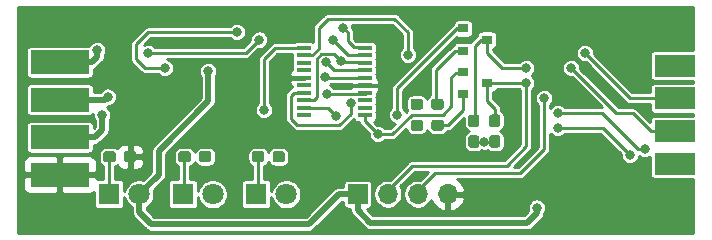
<source format=gbr>
G04 #@! TF.GenerationSoftware,KiCad,Pcbnew,5.1.5+dfsg1-2build2*
G04 #@! TF.CreationDate,2022-03-06T19:54:29+01:00*
G04 #@! TF.ProjectId,yusufitium-USB-RS232,79757375-6669-4746-9975-6d2d5553422d,rev?*
G04 #@! TF.SameCoordinates,Original*
G04 #@! TF.FileFunction,Copper,L2,Bot*
G04 #@! TF.FilePolarity,Positive*
%FSLAX46Y46*%
G04 Gerber Fmt 4.6, Leading zero omitted, Abs format (unit mm)*
G04 Created by KiCad (PCBNEW 5.1.5+dfsg1-2build2) date 2022-03-06 19:54:29*
%MOMM*%
%LPD*%
G04 APERTURE LIST*
%ADD10R,1.700000X1.700000*%
%ADD11O,1.700000X1.700000*%
%ADD12R,1.200000X0.400000*%
%ADD13R,1.800000X1.800000*%
%ADD14C,1.800000*%
%ADD15R,3.480000X1.846667*%
%ADD16R,0.900000X0.800000*%
%ADD17C,0.100000*%
%ADD18R,5.000000X2.000000*%
%ADD19C,0.800000*%
%ADD20C,0.250000*%
%ADD21C,0.500000*%
%ADD22C,0.254000*%
G04 APERTURE END LIST*
D10*
X149643000Y-112427000D03*
D11*
X152183000Y-112427000D03*
X154723000Y-112427000D03*
X157263000Y-112427000D03*
D12*
X145053000Y-105759500D03*
X145053000Y-105124500D03*
X145053000Y-104489500D03*
X145053000Y-103854500D03*
X145053000Y-103219500D03*
X145053000Y-102584500D03*
X145053000Y-101949500D03*
X145053000Y-101314500D03*
X145053000Y-100679500D03*
X145053000Y-100044500D03*
X150253000Y-100044500D03*
X150253000Y-100679500D03*
X150253000Y-101314500D03*
X150253000Y-101949500D03*
X150253000Y-102584500D03*
X150253000Y-103219500D03*
X150253000Y-103854500D03*
X150253000Y-104489500D03*
X150253000Y-105124500D03*
X150253000Y-105759500D03*
D13*
X134826000Y-112427000D03*
D14*
X137366000Y-112427000D03*
X143589000Y-112427000D03*
D13*
X141049000Y-112427000D03*
X128603000Y-112427000D03*
D14*
X131143000Y-112427000D03*
D15*
X176484000Y-109851000D03*
X176484000Y-107081000D03*
X176484000Y-104311000D03*
X176484000Y-101541000D03*
D16*
X160591000Y-103029000D03*
X158591000Y-102079000D03*
X158591000Y-103979000D03*
X158575000Y-100296000D03*
X158575000Y-98396000D03*
X160575000Y-99346000D03*
G04 #@! TA.AperFunction,SMDPad,CuDef*
D17*
G36*
X135277779Y-108778144D02*
G01*
X135300834Y-108781563D01*
X135323443Y-108787227D01*
X135345387Y-108795079D01*
X135366457Y-108805044D01*
X135386448Y-108817026D01*
X135405168Y-108830910D01*
X135422438Y-108846562D01*
X135438090Y-108863832D01*
X135451974Y-108882552D01*
X135463956Y-108902543D01*
X135473921Y-108923613D01*
X135481773Y-108945557D01*
X135487437Y-108968166D01*
X135490856Y-108991221D01*
X135492000Y-109014500D01*
X135492000Y-109489500D01*
X135490856Y-109512779D01*
X135487437Y-109535834D01*
X135481773Y-109558443D01*
X135473921Y-109580387D01*
X135463956Y-109601457D01*
X135451974Y-109621448D01*
X135438090Y-109640168D01*
X135422438Y-109657438D01*
X135405168Y-109673090D01*
X135386448Y-109686974D01*
X135366457Y-109698956D01*
X135345387Y-109708921D01*
X135323443Y-109716773D01*
X135300834Y-109722437D01*
X135277779Y-109725856D01*
X135254500Y-109727000D01*
X134679500Y-109727000D01*
X134656221Y-109725856D01*
X134633166Y-109722437D01*
X134610557Y-109716773D01*
X134588613Y-109708921D01*
X134567543Y-109698956D01*
X134547552Y-109686974D01*
X134528832Y-109673090D01*
X134511562Y-109657438D01*
X134495910Y-109640168D01*
X134482026Y-109621448D01*
X134470044Y-109601457D01*
X134460079Y-109580387D01*
X134452227Y-109558443D01*
X134446563Y-109535834D01*
X134443144Y-109512779D01*
X134442000Y-109489500D01*
X134442000Y-109014500D01*
X134443144Y-108991221D01*
X134446563Y-108968166D01*
X134452227Y-108945557D01*
X134460079Y-108923613D01*
X134470044Y-108902543D01*
X134482026Y-108882552D01*
X134495910Y-108863832D01*
X134511562Y-108846562D01*
X134528832Y-108830910D01*
X134547552Y-108817026D01*
X134567543Y-108805044D01*
X134588613Y-108795079D01*
X134610557Y-108787227D01*
X134633166Y-108781563D01*
X134656221Y-108778144D01*
X134679500Y-108777000D01*
X135254500Y-108777000D01*
X135277779Y-108778144D01*
G37*
G04 #@! TD.AperFunction*
G04 #@! TA.AperFunction,SMDPad,CuDef*
G36*
X137027779Y-108778144D02*
G01*
X137050834Y-108781563D01*
X137073443Y-108787227D01*
X137095387Y-108795079D01*
X137116457Y-108805044D01*
X137136448Y-108817026D01*
X137155168Y-108830910D01*
X137172438Y-108846562D01*
X137188090Y-108863832D01*
X137201974Y-108882552D01*
X137213956Y-108902543D01*
X137223921Y-108923613D01*
X137231773Y-108945557D01*
X137237437Y-108968166D01*
X137240856Y-108991221D01*
X137242000Y-109014500D01*
X137242000Y-109489500D01*
X137240856Y-109512779D01*
X137237437Y-109535834D01*
X137231773Y-109558443D01*
X137223921Y-109580387D01*
X137213956Y-109601457D01*
X137201974Y-109621448D01*
X137188090Y-109640168D01*
X137172438Y-109657438D01*
X137155168Y-109673090D01*
X137136448Y-109686974D01*
X137116457Y-109698956D01*
X137095387Y-109708921D01*
X137073443Y-109716773D01*
X137050834Y-109722437D01*
X137027779Y-109725856D01*
X137004500Y-109727000D01*
X136429500Y-109727000D01*
X136406221Y-109725856D01*
X136383166Y-109722437D01*
X136360557Y-109716773D01*
X136338613Y-109708921D01*
X136317543Y-109698956D01*
X136297552Y-109686974D01*
X136278832Y-109673090D01*
X136261562Y-109657438D01*
X136245910Y-109640168D01*
X136232026Y-109621448D01*
X136220044Y-109601457D01*
X136210079Y-109580387D01*
X136202227Y-109558443D01*
X136196563Y-109535834D01*
X136193144Y-109512779D01*
X136192000Y-109489500D01*
X136192000Y-109014500D01*
X136193144Y-108991221D01*
X136196563Y-108968166D01*
X136202227Y-108945557D01*
X136210079Y-108923613D01*
X136220044Y-108902543D01*
X136232026Y-108882552D01*
X136245910Y-108863832D01*
X136261562Y-108846562D01*
X136278832Y-108830910D01*
X136297552Y-108817026D01*
X136317543Y-108805044D01*
X136338613Y-108795079D01*
X136360557Y-108787227D01*
X136383166Y-108781563D01*
X136406221Y-108778144D01*
X136429500Y-108777000D01*
X137004500Y-108777000D01*
X137027779Y-108778144D01*
G37*
G04 #@! TD.AperFunction*
G04 #@! TA.AperFunction,SMDPad,CuDef*
G36*
X143264779Y-108778144D02*
G01*
X143287834Y-108781563D01*
X143310443Y-108787227D01*
X143332387Y-108795079D01*
X143353457Y-108805044D01*
X143373448Y-108817026D01*
X143392168Y-108830910D01*
X143409438Y-108846562D01*
X143425090Y-108863832D01*
X143438974Y-108882552D01*
X143450956Y-108902543D01*
X143460921Y-108923613D01*
X143468773Y-108945557D01*
X143474437Y-108968166D01*
X143477856Y-108991221D01*
X143479000Y-109014500D01*
X143479000Y-109489500D01*
X143477856Y-109512779D01*
X143474437Y-109535834D01*
X143468773Y-109558443D01*
X143460921Y-109580387D01*
X143450956Y-109601457D01*
X143438974Y-109621448D01*
X143425090Y-109640168D01*
X143409438Y-109657438D01*
X143392168Y-109673090D01*
X143373448Y-109686974D01*
X143353457Y-109698956D01*
X143332387Y-109708921D01*
X143310443Y-109716773D01*
X143287834Y-109722437D01*
X143264779Y-109725856D01*
X143241500Y-109727000D01*
X142666500Y-109727000D01*
X142643221Y-109725856D01*
X142620166Y-109722437D01*
X142597557Y-109716773D01*
X142575613Y-109708921D01*
X142554543Y-109698956D01*
X142534552Y-109686974D01*
X142515832Y-109673090D01*
X142498562Y-109657438D01*
X142482910Y-109640168D01*
X142469026Y-109621448D01*
X142457044Y-109601457D01*
X142447079Y-109580387D01*
X142439227Y-109558443D01*
X142433563Y-109535834D01*
X142430144Y-109512779D01*
X142429000Y-109489500D01*
X142429000Y-109014500D01*
X142430144Y-108991221D01*
X142433563Y-108968166D01*
X142439227Y-108945557D01*
X142447079Y-108923613D01*
X142457044Y-108902543D01*
X142469026Y-108882552D01*
X142482910Y-108863832D01*
X142498562Y-108846562D01*
X142515832Y-108830910D01*
X142534552Y-108817026D01*
X142554543Y-108805044D01*
X142575613Y-108795079D01*
X142597557Y-108787227D01*
X142620166Y-108781563D01*
X142643221Y-108778144D01*
X142666500Y-108777000D01*
X143241500Y-108777000D01*
X143264779Y-108778144D01*
G37*
G04 #@! TD.AperFunction*
G04 #@! TA.AperFunction,SMDPad,CuDef*
G36*
X141514779Y-108778144D02*
G01*
X141537834Y-108781563D01*
X141560443Y-108787227D01*
X141582387Y-108795079D01*
X141603457Y-108805044D01*
X141623448Y-108817026D01*
X141642168Y-108830910D01*
X141659438Y-108846562D01*
X141675090Y-108863832D01*
X141688974Y-108882552D01*
X141700956Y-108902543D01*
X141710921Y-108923613D01*
X141718773Y-108945557D01*
X141724437Y-108968166D01*
X141727856Y-108991221D01*
X141729000Y-109014500D01*
X141729000Y-109489500D01*
X141727856Y-109512779D01*
X141724437Y-109535834D01*
X141718773Y-109558443D01*
X141710921Y-109580387D01*
X141700956Y-109601457D01*
X141688974Y-109621448D01*
X141675090Y-109640168D01*
X141659438Y-109657438D01*
X141642168Y-109673090D01*
X141623448Y-109686974D01*
X141603457Y-109698956D01*
X141582387Y-109708921D01*
X141560443Y-109716773D01*
X141537834Y-109722437D01*
X141514779Y-109725856D01*
X141491500Y-109727000D01*
X140916500Y-109727000D01*
X140893221Y-109725856D01*
X140870166Y-109722437D01*
X140847557Y-109716773D01*
X140825613Y-109708921D01*
X140804543Y-109698956D01*
X140784552Y-109686974D01*
X140765832Y-109673090D01*
X140748562Y-109657438D01*
X140732910Y-109640168D01*
X140719026Y-109621448D01*
X140707044Y-109601457D01*
X140697079Y-109580387D01*
X140689227Y-109558443D01*
X140683563Y-109535834D01*
X140680144Y-109512779D01*
X140679000Y-109489500D01*
X140679000Y-109014500D01*
X140680144Y-108991221D01*
X140683563Y-108968166D01*
X140689227Y-108945557D01*
X140697079Y-108923613D01*
X140707044Y-108902543D01*
X140719026Y-108882552D01*
X140732910Y-108863832D01*
X140748562Y-108846562D01*
X140765832Y-108830910D01*
X140784552Y-108817026D01*
X140804543Y-108805044D01*
X140825613Y-108795079D01*
X140847557Y-108787227D01*
X140870166Y-108781563D01*
X140893221Y-108778144D01*
X140916500Y-108777000D01*
X141491500Y-108777000D01*
X141514779Y-108778144D01*
G37*
G04 #@! TD.AperFunction*
G04 #@! TA.AperFunction,SMDPad,CuDef*
G36*
X156712779Y-106111144D02*
G01*
X156735834Y-106114563D01*
X156758443Y-106120227D01*
X156780387Y-106128079D01*
X156801457Y-106138044D01*
X156821448Y-106150026D01*
X156840168Y-106163910D01*
X156857438Y-106179562D01*
X156873090Y-106196832D01*
X156886974Y-106215552D01*
X156898956Y-106235543D01*
X156908921Y-106256613D01*
X156916773Y-106278557D01*
X156922437Y-106301166D01*
X156925856Y-106324221D01*
X156927000Y-106347500D01*
X156927000Y-106822500D01*
X156925856Y-106845779D01*
X156922437Y-106868834D01*
X156916773Y-106891443D01*
X156908921Y-106913387D01*
X156898956Y-106934457D01*
X156886974Y-106954448D01*
X156873090Y-106973168D01*
X156857438Y-106990438D01*
X156840168Y-107006090D01*
X156821448Y-107019974D01*
X156801457Y-107031956D01*
X156780387Y-107041921D01*
X156758443Y-107049773D01*
X156735834Y-107055437D01*
X156712779Y-107058856D01*
X156689500Y-107060000D01*
X156114500Y-107060000D01*
X156091221Y-107058856D01*
X156068166Y-107055437D01*
X156045557Y-107049773D01*
X156023613Y-107041921D01*
X156002543Y-107031956D01*
X155982552Y-107019974D01*
X155963832Y-107006090D01*
X155946562Y-106990438D01*
X155930910Y-106973168D01*
X155917026Y-106954448D01*
X155905044Y-106934457D01*
X155895079Y-106913387D01*
X155887227Y-106891443D01*
X155881563Y-106868834D01*
X155878144Y-106845779D01*
X155877000Y-106822500D01*
X155877000Y-106347500D01*
X155878144Y-106324221D01*
X155881563Y-106301166D01*
X155887227Y-106278557D01*
X155895079Y-106256613D01*
X155905044Y-106235543D01*
X155917026Y-106215552D01*
X155930910Y-106196832D01*
X155946562Y-106179562D01*
X155963832Y-106163910D01*
X155982552Y-106150026D01*
X156002543Y-106138044D01*
X156023613Y-106128079D01*
X156045557Y-106120227D01*
X156068166Y-106114563D01*
X156091221Y-106111144D01*
X156114500Y-106110000D01*
X156689500Y-106110000D01*
X156712779Y-106111144D01*
G37*
G04 #@! TD.AperFunction*
G04 #@! TA.AperFunction,SMDPad,CuDef*
G36*
X154962779Y-106111144D02*
G01*
X154985834Y-106114563D01*
X155008443Y-106120227D01*
X155030387Y-106128079D01*
X155051457Y-106138044D01*
X155071448Y-106150026D01*
X155090168Y-106163910D01*
X155107438Y-106179562D01*
X155123090Y-106196832D01*
X155136974Y-106215552D01*
X155148956Y-106235543D01*
X155158921Y-106256613D01*
X155166773Y-106278557D01*
X155172437Y-106301166D01*
X155175856Y-106324221D01*
X155177000Y-106347500D01*
X155177000Y-106822500D01*
X155175856Y-106845779D01*
X155172437Y-106868834D01*
X155166773Y-106891443D01*
X155158921Y-106913387D01*
X155148956Y-106934457D01*
X155136974Y-106954448D01*
X155123090Y-106973168D01*
X155107438Y-106990438D01*
X155090168Y-107006090D01*
X155071448Y-107019974D01*
X155051457Y-107031956D01*
X155030387Y-107041921D01*
X155008443Y-107049773D01*
X154985834Y-107055437D01*
X154962779Y-107058856D01*
X154939500Y-107060000D01*
X154364500Y-107060000D01*
X154341221Y-107058856D01*
X154318166Y-107055437D01*
X154295557Y-107049773D01*
X154273613Y-107041921D01*
X154252543Y-107031956D01*
X154232552Y-107019974D01*
X154213832Y-107006090D01*
X154196562Y-106990438D01*
X154180910Y-106973168D01*
X154167026Y-106954448D01*
X154155044Y-106934457D01*
X154145079Y-106913387D01*
X154137227Y-106891443D01*
X154131563Y-106868834D01*
X154128144Y-106845779D01*
X154127000Y-106822500D01*
X154127000Y-106347500D01*
X154128144Y-106324221D01*
X154131563Y-106301166D01*
X154137227Y-106278557D01*
X154145079Y-106256613D01*
X154155044Y-106235543D01*
X154167026Y-106215552D01*
X154180910Y-106196832D01*
X154196562Y-106179562D01*
X154213832Y-106163910D01*
X154232552Y-106150026D01*
X154252543Y-106138044D01*
X154273613Y-106128079D01*
X154295557Y-106120227D01*
X154318166Y-106114563D01*
X154341221Y-106111144D01*
X154364500Y-106110000D01*
X154939500Y-106110000D01*
X154962779Y-106111144D01*
G37*
G04 #@! TD.AperFunction*
G04 #@! TA.AperFunction,SMDPad,CuDef*
G36*
X154948779Y-104333144D02*
G01*
X154971834Y-104336563D01*
X154994443Y-104342227D01*
X155016387Y-104350079D01*
X155037457Y-104360044D01*
X155057448Y-104372026D01*
X155076168Y-104385910D01*
X155093438Y-104401562D01*
X155109090Y-104418832D01*
X155122974Y-104437552D01*
X155134956Y-104457543D01*
X155144921Y-104478613D01*
X155152773Y-104500557D01*
X155158437Y-104523166D01*
X155161856Y-104546221D01*
X155163000Y-104569500D01*
X155163000Y-105044500D01*
X155161856Y-105067779D01*
X155158437Y-105090834D01*
X155152773Y-105113443D01*
X155144921Y-105135387D01*
X155134956Y-105156457D01*
X155122974Y-105176448D01*
X155109090Y-105195168D01*
X155093438Y-105212438D01*
X155076168Y-105228090D01*
X155057448Y-105241974D01*
X155037457Y-105253956D01*
X155016387Y-105263921D01*
X154994443Y-105271773D01*
X154971834Y-105277437D01*
X154948779Y-105280856D01*
X154925500Y-105282000D01*
X154350500Y-105282000D01*
X154327221Y-105280856D01*
X154304166Y-105277437D01*
X154281557Y-105271773D01*
X154259613Y-105263921D01*
X154238543Y-105253956D01*
X154218552Y-105241974D01*
X154199832Y-105228090D01*
X154182562Y-105212438D01*
X154166910Y-105195168D01*
X154153026Y-105176448D01*
X154141044Y-105156457D01*
X154131079Y-105135387D01*
X154123227Y-105113443D01*
X154117563Y-105090834D01*
X154114144Y-105067779D01*
X154113000Y-105044500D01*
X154113000Y-104569500D01*
X154114144Y-104546221D01*
X154117563Y-104523166D01*
X154123227Y-104500557D01*
X154131079Y-104478613D01*
X154141044Y-104457543D01*
X154153026Y-104437552D01*
X154166910Y-104418832D01*
X154182562Y-104401562D01*
X154199832Y-104385910D01*
X154218552Y-104372026D01*
X154238543Y-104360044D01*
X154259613Y-104350079D01*
X154281557Y-104342227D01*
X154304166Y-104336563D01*
X154327221Y-104333144D01*
X154350500Y-104332000D01*
X154925500Y-104332000D01*
X154948779Y-104333144D01*
G37*
G04 #@! TD.AperFunction*
G04 #@! TA.AperFunction,SMDPad,CuDef*
G36*
X156698779Y-104333144D02*
G01*
X156721834Y-104336563D01*
X156744443Y-104342227D01*
X156766387Y-104350079D01*
X156787457Y-104360044D01*
X156807448Y-104372026D01*
X156826168Y-104385910D01*
X156843438Y-104401562D01*
X156859090Y-104418832D01*
X156872974Y-104437552D01*
X156884956Y-104457543D01*
X156894921Y-104478613D01*
X156902773Y-104500557D01*
X156908437Y-104523166D01*
X156911856Y-104546221D01*
X156913000Y-104569500D01*
X156913000Y-105044500D01*
X156911856Y-105067779D01*
X156908437Y-105090834D01*
X156902773Y-105113443D01*
X156894921Y-105135387D01*
X156884956Y-105156457D01*
X156872974Y-105176448D01*
X156859090Y-105195168D01*
X156843438Y-105212438D01*
X156826168Y-105228090D01*
X156807448Y-105241974D01*
X156787457Y-105253956D01*
X156766387Y-105263921D01*
X156744443Y-105271773D01*
X156721834Y-105277437D01*
X156698779Y-105280856D01*
X156675500Y-105282000D01*
X156100500Y-105282000D01*
X156077221Y-105280856D01*
X156054166Y-105277437D01*
X156031557Y-105271773D01*
X156009613Y-105263921D01*
X155988543Y-105253956D01*
X155968552Y-105241974D01*
X155949832Y-105228090D01*
X155932562Y-105212438D01*
X155916910Y-105195168D01*
X155903026Y-105176448D01*
X155891044Y-105156457D01*
X155881079Y-105135387D01*
X155873227Y-105113443D01*
X155867563Y-105090834D01*
X155864144Y-105067779D01*
X155863000Y-105044500D01*
X155863000Y-104569500D01*
X155864144Y-104546221D01*
X155867563Y-104523166D01*
X155873227Y-104500557D01*
X155881079Y-104478613D01*
X155891044Y-104457543D01*
X155903026Y-104437552D01*
X155916910Y-104418832D01*
X155932562Y-104401562D01*
X155949832Y-104385910D01*
X155968552Y-104372026D01*
X155988543Y-104360044D01*
X156009613Y-104350079D01*
X156031557Y-104342227D01*
X156054166Y-104336563D01*
X156077221Y-104333144D01*
X156100500Y-104332000D01*
X156675500Y-104332000D01*
X156698779Y-104333144D01*
G37*
G04 #@! TD.AperFunction*
G04 #@! TA.AperFunction,SMDPad,CuDef*
G36*
X130677779Y-108778144D02*
G01*
X130700834Y-108781563D01*
X130723443Y-108787227D01*
X130745387Y-108795079D01*
X130766457Y-108805044D01*
X130786448Y-108817026D01*
X130805168Y-108830910D01*
X130822438Y-108846562D01*
X130838090Y-108863832D01*
X130851974Y-108882552D01*
X130863956Y-108902543D01*
X130873921Y-108923613D01*
X130881773Y-108945557D01*
X130887437Y-108968166D01*
X130890856Y-108991221D01*
X130892000Y-109014500D01*
X130892000Y-109489500D01*
X130890856Y-109512779D01*
X130887437Y-109535834D01*
X130881773Y-109558443D01*
X130873921Y-109580387D01*
X130863956Y-109601457D01*
X130851974Y-109621448D01*
X130838090Y-109640168D01*
X130822438Y-109657438D01*
X130805168Y-109673090D01*
X130786448Y-109686974D01*
X130766457Y-109698956D01*
X130745387Y-109708921D01*
X130723443Y-109716773D01*
X130700834Y-109722437D01*
X130677779Y-109725856D01*
X130654500Y-109727000D01*
X130079500Y-109727000D01*
X130056221Y-109725856D01*
X130033166Y-109722437D01*
X130010557Y-109716773D01*
X129988613Y-109708921D01*
X129967543Y-109698956D01*
X129947552Y-109686974D01*
X129928832Y-109673090D01*
X129911562Y-109657438D01*
X129895910Y-109640168D01*
X129882026Y-109621448D01*
X129870044Y-109601457D01*
X129860079Y-109580387D01*
X129852227Y-109558443D01*
X129846563Y-109535834D01*
X129843144Y-109512779D01*
X129842000Y-109489500D01*
X129842000Y-109014500D01*
X129843144Y-108991221D01*
X129846563Y-108968166D01*
X129852227Y-108945557D01*
X129860079Y-108923613D01*
X129870044Y-108902543D01*
X129882026Y-108882552D01*
X129895910Y-108863832D01*
X129911562Y-108846562D01*
X129928832Y-108830910D01*
X129947552Y-108817026D01*
X129967543Y-108805044D01*
X129988613Y-108795079D01*
X130010557Y-108787227D01*
X130033166Y-108781563D01*
X130056221Y-108778144D01*
X130079500Y-108777000D01*
X130654500Y-108777000D01*
X130677779Y-108778144D01*
G37*
G04 #@! TD.AperFunction*
G04 #@! TA.AperFunction,SMDPad,CuDef*
G36*
X128927779Y-108778144D02*
G01*
X128950834Y-108781563D01*
X128973443Y-108787227D01*
X128995387Y-108795079D01*
X129016457Y-108805044D01*
X129036448Y-108817026D01*
X129055168Y-108830910D01*
X129072438Y-108846562D01*
X129088090Y-108863832D01*
X129101974Y-108882552D01*
X129113956Y-108902543D01*
X129123921Y-108923613D01*
X129131773Y-108945557D01*
X129137437Y-108968166D01*
X129140856Y-108991221D01*
X129142000Y-109014500D01*
X129142000Y-109489500D01*
X129140856Y-109512779D01*
X129137437Y-109535834D01*
X129131773Y-109558443D01*
X129123921Y-109580387D01*
X129113956Y-109601457D01*
X129101974Y-109621448D01*
X129088090Y-109640168D01*
X129072438Y-109657438D01*
X129055168Y-109673090D01*
X129036448Y-109686974D01*
X129016457Y-109698956D01*
X128995387Y-109708921D01*
X128973443Y-109716773D01*
X128950834Y-109722437D01*
X128927779Y-109725856D01*
X128904500Y-109727000D01*
X128329500Y-109727000D01*
X128306221Y-109725856D01*
X128283166Y-109722437D01*
X128260557Y-109716773D01*
X128238613Y-109708921D01*
X128217543Y-109698956D01*
X128197552Y-109686974D01*
X128178832Y-109673090D01*
X128161562Y-109657438D01*
X128145910Y-109640168D01*
X128132026Y-109621448D01*
X128120044Y-109601457D01*
X128110079Y-109580387D01*
X128102227Y-109558443D01*
X128096563Y-109535834D01*
X128093144Y-109512779D01*
X128092000Y-109489500D01*
X128092000Y-109014500D01*
X128093144Y-108991221D01*
X128096563Y-108968166D01*
X128102227Y-108945557D01*
X128110079Y-108923613D01*
X128120044Y-108902543D01*
X128132026Y-108882552D01*
X128145910Y-108863832D01*
X128161562Y-108846562D01*
X128178832Y-108830910D01*
X128197552Y-108817026D01*
X128217543Y-108805044D01*
X128238613Y-108795079D01*
X128260557Y-108787227D01*
X128283166Y-108781563D01*
X128306221Y-108778144D01*
X128329500Y-108777000D01*
X128904500Y-108777000D01*
X128927779Y-108778144D01*
G37*
G04 #@! TD.AperFunction*
G04 #@! TA.AperFunction,SMDPad,CuDef*
G36*
X161502779Y-105680144D02*
G01*
X161525834Y-105683563D01*
X161548443Y-105689227D01*
X161570387Y-105697079D01*
X161591457Y-105707044D01*
X161611448Y-105719026D01*
X161630168Y-105732910D01*
X161647438Y-105748562D01*
X161663090Y-105765832D01*
X161676974Y-105784552D01*
X161688956Y-105804543D01*
X161698921Y-105825613D01*
X161706773Y-105847557D01*
X161712437Y-105870166D01*
X161715856Y-105893221D01*
X161717000Y-105916500D01*
X161717000Y-106491500D01*
X161715856Y-106514779D01*
X161712437Y-106537834D01*
X161706773Y-106560443D01*
X161698921Y-106582387D01*
X161688956Y-106603457D01*
X161676974Y-106623448D01*
X161663090Y-106642168D01*
X161647438Y-106659438D01*
X161630168Y-106675090D01*
X161611448Y-106688974D01*
X161591457Y-106700956D01*
X161570387Y-106710921D01*
X161548443Y-106718773D01*
X161525834Y-106724437D01*
X161502779Y-106727856D01*
X161479500Y-106729000D01*
X161004500Y-106729000D01*
X160981221Y-106727856D01*
X160958166Y-106724437D01*
X160935557Y-106718773D01*
X160913613Y-106710921D01*
X160892543Y-106700956D01*
X160872552Y-106688974D01*
X160853832Y-106675090D01*
X160836562Y-106659438D01*
X160820910Y-106642168D01*
X160807026Y-106623448D01*
X160795044Y-106603457D01*
X160785079Y-106582387D01*
X160777227Y-106560443D01*
X160771563Y-106537834D01*
X160768144Y-106514779D01*
X160767000Y-106491500D01*
X160767000Y-105916500D01*
X160768144Y-105893221D01*
X160771563Y-105870166D01*
X160777227Y-105847557D01*
X160785079Y-105825613D01*
X160795044Y-105804543D01*
X160807026Y-105784552D01*
X160820910Y-105765832D01*
X160836562Y-105748562D01*
X160853832Y-105732910D01*
X160872552Y-105719026D01*
X160892543Y-105707044D01*
X160913613Y-105697079D01*
X160935557Y-105689227D01*
X160958166Y-105683563D01*
X160981221Y-105680144D01*
X161004500Y-105679000D01*
X161479500Y-105679000D01*
X161502779Y-105680144D01*
G37*
G04 #@! TD.AperFunction*
G04 #@! TA.AperFunction,SMDPad,CuDef*
G36*
X161502779Y-107430144D02*
G01*
X161525834Y-107433563D01*
X161548443Y-107439227D01*
X161570387Y-107447079D01*
X161591457Y-107457044D01*
X161611448Y-107469026D01*
X161630168Y-107482910D01*
X161647438Y-107498562D01*
X161663090Y-107515832D01*
X161676974Y-107534552D01*
X161688956Y-107554543D01*
X161698921Y-107575613D01*
X161706773Y-107597557D01*
X161712437Y-107620166D01*
X161715856Y-107643221D01*
X161717000Y-107666500D01*
X161717000Y-108241500D01*
X161715856Y-108264779D01*
X161712437Y-108287834D01*
X161706773Y-108310443D01*
X161698921Y-108332387D01*
X161688956Y-108353457D01*
X161676974Y-108373448D01*
X161663090Y-108392168D01*
X161647438Y-108409438D01*
X161630168Y-108425090D01*
X161611448Y-108438974D01*
X161591457Y-108450956D01*
X161570387Y-108460921D01*
X161548443Y-108468773D01*
X161525834Y-108474437D01*
X161502779Y-108477856D01*
X161479500Y-108479000D01*
X161004500Y-108479000D01*
X160981221Y-108477856D01*
X160958166Y-108474437D01*
X160935557Y-108468773D01*
X160913613Y-108460921D01*
X160892543Y-108450956D01*
X160872552Y-108438974D01*
X160853832Y-108425090D01*
X160836562Y-108409438D01*
X160820910Y-108392168D01*
X160807026Y-108373448D01*
X160795044Y-108353457D01*
X160785079Y-108332387D01*
X160777227Y-108310443D01*
X160771563Y-108287834D01*
X160768144Y-108264779D01*
X160767000Y-108241500D01*
X160767000Y-107666500D01*
X160768144Y-107643221D01*
X160771563Y-107620166D01*
X160777227Y-107597557D01*
X160785079Y-107575613D01*
X160795044Y-107554543D01*
X160807026Y-107534552D01*
X160820910Y-107515832D01*
X160836562Y-107498562D01*
X160853832Y-107482910D01*
X160872552Y-107469026D01*
X160892543Y-107457044D01*
X160913613Y-107447079D01*
X160935557Y-107439227D01*
X160958166Y-107433563D01*
X160981221Y-107430144D01*
X161004500Y-107429000D01*
X161479500Y-107429000D01*
X161502779Y-107430144D01*
G37*
G04 #@! TD.AperFunction*
G04 #@! TA.AperFunction,SMDPad,CuDef*
G36*
X159724779Y-107444144D02*
G01*
X159747834Y-107447563D01*
X159770443Y-107453227D01*
X159792387Y-107461079D01*
X159813457Y-107471044D01*
X159833448Y-107483026D01*
X159852168Y-107496910D01*
X159869438Y-107512562D01*
X159885090Y-107529832D01*
X159898974Y-107548552D01*
X159910956Y-107568543D01*
X159920921Y-107589613D01*
X159928773Y-107611557D01*
X159934437Y-107634166D01*
X159937856Y-107657221D01*
X159939000Y-107680500D01*
X159939000Y-108255500D01*
X159937856Y-108278779D01*
X159934437Y-108301834D01*
X159928773Y-108324443D01*
X159920921Y-108346387D01*
X159910956Y-108367457D01*
X159898974Y-108387448D01*
X159885090Y-108406168D01*
X159869438Y-108423438D01*
X159852168Y-108439090D01*
X159833448Y-108452974D01*
X159813457Y-108464956D01*
X159792387Y-108474921D01*
X159770443Y-108482773D01*
X159747834Y-108488437D01*
X159724779Y-108491856D01*
X159701500Y-108493000D01*
X159226500Y-108493000D01*
X159203221Y-108491856D01*
X159180166Y-108488437D01*
X159157557Y-108482773D01*
X159135613Y-108474921D01*
X159114543Y-108464956D01*
X159094552Y-108452974D01*
X159075832Y-108439090D01*
X159058562Y-108423438D01*
X159042910Y-108406168D01*
X159029026Y-108387448D01*
X159017044Y-108367457D01*
X159007079Y-108346387D01*
X158999227Y-108324443D01*
X158993563Y-108301834D01*
X158990144Y-108278779D01*
X158989000Y-108255500D01*
X158989000Y-107680500D01*
X158990144Y-107657221D01*
X158993563Y-107634166D01*
X158999227Y-107611557D01*
X159007079Y-107589613D01*
X159017044Y-107568543D01*
X159029026Y-107548552D01*
X159042910Y-107529832D01*
X159058562Y-107512562D01*
X159075832Y-107496910D01*
X159094552Y-107483026D01*
X159114543Y-107471044D01*
X159135613Y-107461079D01*
X159157557Y-107453227D01*
X159180166Y-107447563D01*
X159203221Y-107444144D01*
X159226500Y-107443000D01*
X159701500Y-107443000D01*
X159724779Y-107444144D01*
G37*
G04 #@! TD.AperFunction*
G04 #@! TA.AperFunction,SMDPad,CuDef*
G36*
X159724779Y-105694144D02*
G01*
X159747834Y-105697563D01*
X159770443Y-105703227D01*
X159792387Y-105711079D01*
X159813457Y-105721044D01*
X159833448Y-105733026D01*
X159852168Y-105746910D01*
X159869438Y-105762562D01*
X159885090Y-105779832D01*
X159898974Y-105798552D01*
X159910956Y-105818543D01*
X159920921Y-105839613D01*
X159928773Y-105861557D01*
X159934437Y-105884166D01*
X159937856Y-105907221D01*
X159939000Y-105930500D01*
X159939000Y-106505500D01*
X159937856Y-106528779D01*
X159934437Y-106551834D01*
X159928773Y-106574443D01*
X159920921Y-106596387D01*
X159910956Y-106617457D01*
X159898974Y-106637448D01*
X159885090Y-106656168D01*
X159869438Y-106673438D01*
X159852168Y-106689090D01*
X159833448Y-106702974D01*
X159813457Y-106714956D01*
X159792387Y-106724921D01*
X159770443Y-106732773D01*
X159747834Y-106738437D01*
X159724779Y-106741856D01*
X159701500Y-106743000D01*
X159226500Y-106743000D01*
X159203221Y-106741856D01*
X159180166Y-106738437D01*
X159157557Y-106732773D01*
X159135613Y-106724921D01*
X159114543Y-106714956D01*
X159094552Y-106702974D01*
X159075832Y-106689090D01*
X159058562Y-106673438D01*
X159042910Y-106656168D01*
X159029026Y-106637448D01*
X159017044Y-106617457D01*
X159007079Y-106596387D01*
X158999227Y-106574443D01*
X158993563Y-106551834D01*
X158990144Y-106528779D01*
X158989000Y-106505500D01*
X158989000Y-105930500D01*
X158990144Y-105907221D01*
X158993563Y-105884166D01*
X158999227Y-105861557D01*
X159007079Y-105839613D01*
X159017044Y-105818543D01*
X159029026Y-105798552D01*
X159042910Y-105779832D01*
X159058562Y-105762562D01*
X159075832Y-105746910D01*
X159094552Y-105733026D01*
X159114543Y-105721044D01*
X159135613Y-105711079D01*
X159157557Y-105703227D01*
X159180166Y-105697563D01*
X159203221Y-105694144D01*
X159226500Y-105693000D01*
X159701500Y-105693000D01*
X159724779Y-105694144D01*
G37*
G04 #@! TD.AperFunction*
D18*
X124412000Y-104426000D03*
X124412000Y-101251000D03*
X124412000Y-107601000D03*
X124412000Y-110776000D03*
D19*
X160353000Y-107982000D03*
X146891000Y-102521000D03*
X136985000Y-102013000D03*
X164798000Y-113570000D03*
X162893000Y-108109000D03*
X129873000Y-100489000D03*
X142573000Y-102775000D03*
X165560000Y-110268000D03*
X122000000Y-115000000D03*
X127000000Y-115000000D03*
X148000000Y-115000000D03*
X167000000Y-115000000D03*
X177000000Y-115000000D03*
X177000000Y-97000000D03*
X172000000Y-97000000D03*
X167000000Y-97000000D03*
X162000000Y-97000000D03*
X157000000Y-97000000D03*
X143000000Y-97000000D03*
X136000000Y-97000000D03*
X129000000Y-97000000D03*
X122000000Y-97000000D03*
X132000000Y-108000000D03*
X139000000Y-110000000D03*
X139000000Y-102000000D03*
X149000000Y-109000000D03*
X161000000Y-112000000D03*
X170000000Y-111000000D03*
X173000000Y-103000000D03*
X166000000Y-103000000D03*
X155250000Y-102750000D03*
X154638000Y-104807000D03*
X148259499Y-101152501D03*
X154638000Y-106585000D03*
X163909000Y-103029000D03*
X165433000Y-104299000D03*
X173942000Y-108617000D03*
X166576000Y-105569000D03*
X172672000Y-109125000D03*
X166576000Y-106839000D03*
X167719000Y-101759000D03*
X168862000Y-100489000D03*
X151336000Y-107347000D03*
X152987000Y-105696000D03*
X147780000Y-105823000D03*
X163909000Y-101759000D03*
X146917000Y-101277000D03*
X141684000Y-105315000D03*
X136731000Y-109252000D03*
X147018000Y-103918000D03*
X142954000Y-109252000D03*
X148415000Y-98330000D03*
X133302000Y-101759000D03*
X139398000Y-98711000D03*
X147526000Y-99346000D03*
X131905000Y-100489000D03*
X141303000Y-99346000D03*
X149050000Y-104680000D03*
X153876000Y-100616000D03*
X128477500Y-104173500D03*
X127991500Y-105719500D03*
X127587000Y-100235000D03*
D20*
X150253000Y-102584500D02*
X146954500Y-102584500D01*
D21*
X136985000Y-102013000D02*
X136985000Y-104553000D01*
X131143000Y-112427000D02*
X132794000Y-110776000D01*
X132794000Y-108744000D02*
X136985000Y-104553000D01*
X132794000Y-110776000D02*
X132794000Y-108744000D01*
X131143000Y-112427000D02*
X131143000Y-113951000D01*
X131143000Y-113951000D02*
X132159000Y-114967000D01*
X164798000Y-113570000D02*
X164798000Y-113570000D01*
D20*
X161482000Y-107968000D02*
X161496000Y-107982000D01*
X159464000Y-107968000D02*
X161482000Y-107968000D01*
D21*
X132159000Y-114967000D02*
X144605000Y-114967000D01*
X144605000Y-114967000D02*
X145494000Y-114967000D01*
X145494000Y-114967000D02*
X148034000Y-112427000D01*
X148034000Y-112427000D02*
X149558000Y-112427000D01*
X149643000Y-113777000D02*
X150706000Y-114840000D01*
X149643000Y-112427000D02*
X149643000Y-113777000D01*
X164798000Y-114045000D02*
X164798000Y-113570000D01*
X164003000Y-114840000D02*
X164798000Y-114045000D01*
X150706000Y-114840000D02*
X164003000Y-114840000D01*
D20*
X146568999Y-100551999D02*
X147588999Y-100551999D01*
X146165999Y-100954999D02*
X146568999Y-100551999D01*
X146165999Y-104226501D02*
X146165999Y-100954999D01*
X145903000Y-104489500D02*
X146165999Y-104226501D01*
X145053000Y-104489500D02*
X145903000Y-104489500D01*
X147588999Y-100551999D02*
X148288000Y-101251000D01*
X148288000Y-101251000D02*
X150320000Y-101251000D01*
X154638000Y-106585000D02*
X154638000Y-106585000D01*
X134967000Y-109252000D02*
X134967000Y-112413000D01*
X141204000Y-109252000D02*
X141204000Y-112272000D01*
X128617000Y-109252000D02*
X128617000Y-112540000D01*
X163909000Y-108363000D02*
X163909000Y-103029000D01*
X162258000Y-110014000D02*
X163909000Y-108363000D01*
X160591000Y-103029000D02*
X163909000Y-103029000D01*
X160607000Y-104045000D02*
X160607000Y-103029000D01*
X160607000Y-104045000D02*
X160607000Y-104553000D01*
X160607000Y-104553000D02*
X161242000Y-105188000D01*
X161242000Y-105188000D02*
X161242000Y-106077000D01*
X162258000Y-110014000D02*
X154257000Y-110014000D01*
X154257000Y-110014000D02*
X152098000Y-112173000D01*
X165433000Y-108617000D02*
X165433000Y-104299000D01*
X163401000Y-110649000D02*
X165433000Y-108617000D01*
X163401000Y-110649000D02*
X156162000Y-110649000D01*
X156162000Y-110649000D02*
X154638000Y-112173000D01*
X173376315Y-108617000D02*
X173942000Y-108617000D01*
X170328315Y-105569000D02*
X173376315Y-108617000D01*
X166576000Y-105569000D02*
X170328315Y-105569000D01*
X170386000Y-106839000D02*
X172672000Y-109125000D01*
X166576000Y-106839000D02*
X170386000Y-106839000D01*
X171519335Y-105559335D02*
X172916335Y-105559335D01*
X167719000Y-101759000D02*
X171519335Y-105559335D01*
X172916335Y-105559335D02*
X174450000Y-107093000D01*
X174450000Y-107093000D02*
X176355000Y-107093000D01*
X172684000Y-104311000D02*
X168862000Y-100489000D01*
X176484000Y-104311000D02*
X172684000Y-104311000D01*
X150253000Y-106264000D02*
X151336000Y-107347000D01*
X150253000Y-105759500D02*
X150253000Y-106264000D01*
X157559000Y-102521000D02*
X157940000Y-102140000D01*
X157940000Y-102140000D02*
X158575000Y-102140000D01*
X156819510Y-105696000D02*
X157559000Y-104956510D01*
X157559000Y-104956510D02*
X157559000Y-102521000D01*
X152569490Y-107347000D02*
X154220490Y-105696000D01*
X154220490Y-105696000D02*
X156819510Y-105696000D01*
X151336000Y-107347000D02*
X152569490Y-107347000D01*
X158575000Y-104934000D02*
X158575000Y-104045000D01*
X158575000Y-104934000D02*
X158575000Y-105315000D01*
X158575000Y-105315000D02*
X157305000Y-106585000D01*
X157305000Y-106585000D02*
X156416000Y-106585000D01*
X157686000Y-100485000D02*
X157686000Y-100489000D01*
X157875000Y-100296000D02*
X157686000Y-100485000D01*
X156289000Y-101886000D02*
X156289000Y-104807000D01*
X157686000Y-100489000D02*
X156289000Y-101886000D01*
X158575000Y-100296000D02*
X157875000Y-100296000D01*
X145053000Y-105124500D02*
X147081500Y-105124500D01*
X147081500Y-105124500D02*
X147780000Y-105823000D01*
X147780000Y-105823000D02*
X147780000Y-105823000D01*
X152987000Y-105130315D02*
X152987000Y-105696000D01*
X152987000Y-103472000D02*
X152987000Y-105130315D01*
X158063000Y-98396000D02*
X152987000Y-103472000D01*
X158575000Y-98396000D02*
X158063000Y-98396000D01*
X163343315Y-101759000D02*
X163909000Y-101759000D01*
X161896000Y-101759000D02*
X163343315Y-101759000D01*
X160575000Y-100438000D02*
X161896000Y-101759000D01*
X160575000Y-99788000D02*
X160575000Y-100438000D01*
X159591000Y-99854000D02*
X159591000Y-106218000D01*
X160099000Y-99346000D02*
X159591000Y-99854000D01*
X160575000Y-99346000D02*
X160099000Y-99346000D01*
X160575000Y-99788000D02*
X160575000Y-99378000D01*
X147589500Y-101949500D02*
X146917000Y-101277000D01*
X150253000Y-101949500D02*
X147589500Y-101949500D01*
X141684000Y-100997000D02*
X141684000Y-104807000D01*
X142636500Y-100044500D02*
X141684000Y-100997000D01*
X145053000Y-100044500D02*
X142636500Y-100044500D01*
X141684000Y-104807000D02*
X141684000Y-105372685D01*
X147018000Y-103918000D02*
X150320000Y-103918000D01*
X139398000Y-98711000D02*
X139525000Y-98711000D01*
X148814999Y-98729999D02*
X148814999Y-99491999D01*
X148415000Y-98330000D02*
X148814999Y-98729999D01*
X148814999Y-99491999D02*
X149304000Y-99981000D01*
X149304000Y-99981000D02*
X150193000Y-99981000D01*
X131651000Y-101759000D02*
X133302000Y-101759000D01*
X130889000Y-100997000D02*
X131651000Y-101759000D01*
X130889000Y-99727000D02*
X130889000Y-100997000D01*
X131905000Y-98711000D02*
X130889000Y-99727000D01*
X139398000Y-98711000D02*
X131905000Y-98711000D01*
X131905000Y-100489000D02*
X140160000Y-100489000D01*
X140160000Y-100489000D02*
X141303000Y-99346000D01*
X141303000Y-99346000D02*
X141303000Y-99346000D01*
X147526000Y-99346000D02*
X147925999Y-99745999D01*
X147925999Y-99745999D02*
X148796000Y-100616000D01*
X148796000Y-100616000D02*
X150320000Y-100616000D01*
X144203000Y-103854500D02*
X143970000Y-104087500D01*
X145053000Y-103854500D02*
X144203000Y-103854500D01*
X143970000Y-106061502D02*
X144493498Y-106585000D01*
X143970000Y-104087500D02*
X143970000Y-106061502D01*
X149050000Y-105245685D02*
X149050000Y-104680000D01*
X149050000Y-105626002D02*
X149050000Y-105245685D01*
X148091002Y-106585000D02*
X149050000Y-105626002D01*
X144493498Y-106585000D02*
X148091002Y-106585000D01*
X145803002Y-100679500D02*
X146383000Y-100099502D01*
X145053000Y-100679500D02*
X145803002Y-100679500D01*
X146383000Y-100099502D02*
X146383000Y-99288998D01*
X146383000Y-99288998D02*
X146383000Y-98330000D01*
X146383000Y-98330000D02*
X147145000Y-97568000D01*
X147145000Y-97568000D02*
X152733000Y-97568000D01*
X152733000Y-97568000D02*
X153876000Y-98711000D01*
X153876000Y-98711000D02*
X153876000Y-100616000D01*
X153876000Y-100616000D02*
X153876000Y-100616000D01*
D21*
X128225000Y-104426000D02*
X128477500Y-104173500D01*
X124412000Y-104426000D02*
X128225000Y-104426000D01*
X127991500Y-106285185D02*
X127991500Y-105719500D01*
X127412000Y-107601000D02*
X127991500Y-107021500D01*
X127991500Y-107021500D02*
X127991500Y-106285185D01*
X124412000Y-107601000D02*
X127412000Y-107601000D01*
X127587000Y-100800685D02*
X127136685Y-101251000D01*
X127587000Y-100235000D02*
X127587000Y-100800685D01*
X127136685Y-101251000D02*
X124285000Y-101251000D01*
D22*
G36*
X178053000Y-100234824D02*
G01*
X174744000Y-100234824D01*
X174669311Y-100242180D01*
X174597492Y-100263966D01*
X174531304Y-100299345D01*
X174473289Y-100346956D01*
X174425678Y-100404971D01*
X174390299Y-100471159D01*
X174368513Y-100542978D01*
X174361157Y-100617667D01*
X174361157Y-102464333D01*
X174368513Y-102539022D01*
X174390299Y-102610841D01*
X174425678Y-102677029D01*
X174473289Y-102735044D01*
X174531304Y-102782655D01*
X174597492Y-102818034D01*
X174669311Y-102839820D01*
X174744000Y-102847176D01*
X178053000Y-102847176D01*
X178053000Y-103004824D01*
X174744000Y-103004824D01*
X174669311Y-103012180D01*
X174597492Y-103033966D01*
X174531304Y-103069345D01*
X174473289Y-103116956D01*
X174425678Y-103174971D01*
X174390299Y-103241159D01*
X174368513Y-103312978D01*
X174361157Y-103387667D01*
X174361157Y-103805000D01*
X172893592Y-103805000D01*
X169643000Y-100554409D01*
X169643000Y-100412078D01*
X169612987Y-100261191D01*
X169554113Y-100119058D01*
X169468642Y-99991141D01*
X169359859Y-99882358D01*
X169231942Y-99796887D01*
X169089809Y-99738013D01*
X168938922Y-99708000D01*
X168785078Y-99708000D01*
X168634191Y-99738013D01*
X168492058Y-99796887D01*
X168364141Y-99882358D01*
X168255358Y-99991141D01*
X168169887Y-100119058D01*
X168111013Y-100261191D01*
X168081000Y-100412078D01*
X168081000Y-100565922D01*
X168111013Y-100716809D01*
X168169887Y-100858942D01*
X168255358Y-100986859D01*
X168364141Y-101095642D01*
X168492058Y-101181113D01*
X168634191Y-101239987D01*
X168785078Y-101270000D01*
X168927409Y-101270000D01*
X172308628Y-104651220D01*
X172324473Y-104670527D01*
X172401521Y-104733759D01*
X172473025Y-104771979D01*
X172489425Y-104780745D01*
X172584806Y-104809678D01*
X172594694Y-104810652D01*
X172659146Y-104817000D01*
X172659153Y-104817000D01*
X172683999Y-104819447D01*
X172708845Y-104817000D01*
X174361157Y-104817000D01*
X174361157Y-105234333D01*
X174368513Y-105309022D01*
X174390299Y-105380841D01*
X174425678Y-105447029D01*
X174473289Y-105505044D01*
X174531304Y-105552655D01*
X174597492Y-105588034D01*
X174669311Y-105609820D01*
X174744000Y-105617176D01*
X178053000Y-105617176D01*
X178053000Y-105774824D01*
X174744000Y-105774824D01*
X174669311Y-105782180D01*
X174597492Y-105803966D01*
X174531304Y-105839345D01*
X174473289Y-105886956D01*
X174425678Y-105944971D01*
X174390299Y-106011159D01*
X174368513Y-106082978D01*
X174361157Y-106157667D01*
X174361157Y-106288565D01*
X173291711Y-105219120D01*
X173275862Y-105199808D01*
X173198814Y-105136576D01*
X173110910Y-105089590D01*
X173015528Y-105060657D01*
X172941189Y-105053335D01*
X172941181Y-105053335D01*
X172916335Y-105050888D01*
X172891489Y-105053335D01*
X171728927Y-105053335D01*
X168500000Y-101824409D01*
X168500000Y-101682078D01*
X168469987Y-101531191D01*
X168411113Y-101389058D01*
X168325642Y-101261141D01*
X168216859Y-101152358D01*
X168088942Y-101066887D01*
X167946809Y-101008013D01*
X167795922Y-100978000D01*
X167642078Y-100978000D01*
X167491191Y-101008013D01*
X167349058Y-101066887D01*
X167221141Y-101152358D01*
X167112358Y-101261141D01*
X167026887Y-101389058D01*
X166968013Y-101531191D01*
X166938000Y-101682078D01*
X166938000Y-101835922D01*
X166968013Y-101986809D01*
X167026887Y-102128942D01*
X167112358Y-102256859D01*
X167221141Y-102365642D01*
X167349058Y-102451113D01*
X167491191Y-102509987D01*
X167642078Y-102540000D01*
X167784409Y-102540000D01*
X170307055Y-105062647D01*
X170303469Y-105063000D01*
X167174501Y-105063000D01*
X167073859Y-104962358D01*
X166945942Y-104876887D01*
X166803809Y-104818013D01*
X166652922Y-104788000D01*
X166499078Y-104788000D01*
X166348191Y-104818013D01*
X166206058Y-104876887D01*
X166078141Y-104962358D01*
X165969358Y-105071141D01*
X165939000Y-105116575D01*
X165939000Y-104897501D01*
X166039642Y-104796859D01*
X166125113Y-104668942D01*
X166183987Y-104526809D01*
X166214000Y-104375922D01*
X166214000Y-104222078D01*
X166183987Y-104071191D01*
X166125113Y-103929058D01*
X166039642Y-103801141D01*
X165930859Y-103692358D01*
X165802942Y-103606887D01*
X165660809Y-103548013D01*
X165509922Y-103518000D01*
X165356078Y-103518000D01*
X165205191Y-103548013D01*
X165063058Y-103606887D01*
X164935141Y-103692358D01*
X164826358Y-103801141D01*
X164740887Y-103929058D01*
X164682013Y-104071191D01*
X164652000Y-104222078D01*
X164652000Y-104375922D01*
X164682013Y-104526809D01*
X164740887Y-104668942D01*
X164826358Y-104796859D01*
X164927001Y-104897502D01*
X164927000Y-108407408D01*
X163191409Y-110143000D01*
X162844591Y-110143000D01*
X164249220Y-108738372D01*
X164268527Y-108722527D01*
X164331759Y-108645479D01*
X164378745Y-108557575D01*
X164407678Y-108462193D01*
X164415000Y-108387854D01*
X164415000Y-108387853D01*
X164417448Y-108363000D01*
X164415000Y-108338146D01*
X164415000Y-103627501D01*
X164515642Y-103526859D01*
X164601113Y-103398942D01*
X164659987Y-103256809D01*
X164690000Y-103105922D01*
X164690000Y-102952078D01*
X164659987Y-102801191D01*
X164601113Y-102659058D01*
X164515642Y-102531141D01*
X164406859Y-102422358D01*
X164364418Y-102394000D01*
X164406859Y-102365642D01*
X164515642Y-102256859D01*
X164601113Y-102128942D01*
X164659987Y-101986809D01*
X164690000Y-101835922D01*
X164690000Y-101682078D01*
X164659987Y-101531191D01*
X164601113Y-101389058D01*
X164515642Y-101261141D01*
X164406859Y-101152358D01*
X164278942Y-101066887D01*
X164136809Y-101008013D01*
X163985922Y-100978000D01*
X163832078Y-100978000D01*
X163681191Y-101008013D01*
X163539058Y-101066887D01*
X163411141Y-101152358D01*
X163310499Y-101253000D01*
X162105592Y-101253000D01*
X161081000Y-100228409D01*
X161081000Y-100123328D01*
X161099689Y-100121487D01*
X161171508Y-100099701D01*
X161237696Y-100064322D01*
X161295711Y-100016711D01*
X161343322Y-99958696D01*
X161378701Y-99892508D01*
X161400487Y-99820689D01*
X161407843Y-99746000D01*
X161407843Y-98946000D01*
X161400487Y-98871311D01*
X161378701Y-98799492D01*
X161343322Y-98733304D01*
X161295711Y-98675289D01*
X161237696Y-98627678D01*
X161171508Y-98592299D01*
X161099689Y-98570513D01*
X161025000Y-98563157D01*
X160125000Y-98563157D01*
X160050311Y-98570513D01*
X159978492Y-98592299D01*
X159912304Y-98627678D01*
X159854289Y-98675289D01*
X159806678Y-98733304D01*
X159771299Y-98799492D01*
X159749513Y-98871311D01*
X159742157Y-98946000D01*
X159742157Y-98984270D01*
X159739473Y-98986473D01*
X159723628Y-99005780D01*
X159250785Y-99478624D01*
X159231473Y-99494473D01*
X159185907Y-99549995D01*
X159171508Y-99542299D01*
X159099689Y-99520513D01*
X159025000Y-99513157D01*
X158125000Y-99513157D01*
X158050311Y-99520513D01*
X157978492Y-99542299D01*
X157912304Y-99577678D01*
X157854289Y-99625289D01*
X157806678Y-99683304D01*
X157771299Y-99749492D01*
X157754863Y-99803675D01*
X157680425Y-99826255D01*
X157592521Y-99873241D01*
X157515473Y-99936473D01*
X157499624Y-99955785D01*
X157345785Y-100109624D01*
X157326473Y-100125473D01*
X157292321Y-100167087D01*
X155948785Y-101510624D01*
X155929473Y-101526473D01*
X155866241Y-101603521D01*
X155819255Y-101691426D01*
X155790322Y-101786808D01*
X155783000Y-101861147D01*
X155783000Y-101861154D01*
X155780553Y-101886000D01*
X155783000Y-101910846D01*
X155783001Y-104039195D01*
X155755856Y-104053704D01*
X155661851Y-104130851D01*
X155584704Y-104224856D01*
X155527378Y-104332105D01*
X155513000Y-104379503D01*
X155498622Y-104332105D01*
X155441296Y-104224856D01*
X155364149Y-104130851D01*
X155270144Y-104053704D01*
X155162895Y-103996378D01*
X155046523Y-103961077D01*
X154925500Y-103949157D01*
X154350500Y-103949157D01*
X154229477Y-103961077D01*
X154113105Y-103996378D01*
X154005856Y-104053704D01*
X153911851Y-104130851D01*
X153834704Y-104224856D01*
X153777378Y-104332105D01*
X153742077Y-104448477D01*
X153730157Y-104569500D01*
X153730157Y-105044500D01*
X153742077Y-105165523D01*
X153777378Y-105281895D01*
X153826710Y-105374188D01*
X153736441Y-105464458D01*
X153679113Y-105326058D01*
X153593642Y-105198141D01*
X153493000Y-105097499D01*
X153493000Y-103681591D01*
X158014092Y-99160500D01*
X158050311Y-99171487D01*
X158125000Y-99178843D01*
X159025000Y-99178843D01*
X159099689Y-99171487D01*
X159171508Y-99149701D01*
X159237696Y-99114322D01*
X159295711Y-99066711D01*
X159343322Y-99008696D01*
X159378701Y-98942508D01*
X159400487Y-98870689D01*
X159407843Y-98796000D01*
X159407843Y-97996000D01*
X159400487Y-97921311D01*
X159378701Y-97849492D01*
X159343322Y-97783304D01*
X159295711Y-97725289D01*
X159237696Y-97677678D01*
X159171508Y-97642299D01*
X159099689Y-97620513D01*
X159025000Y-97613157D01*
X158125000Y-97613157D01*
X158050311Y-97620513D01*
X157978492Y-97642299D01*
X157912304Y-97677678D01*
X157854289Y-97725289D01*
X157806678Y-97783304D01*
X157771299Y-97849492D01*
X157749513Y-97921311D01*
X157742157Y-97996000D01*
X157742157Y-98004726D01*
X157703473Y-98036473D01*
X157687628Y-98055780D01*
X152646785Y-103096624D01*
X152627473Y-103112473D01*
X152564241Y-103189521D01*
X152517255Y-103277426D01*
X152488322Y-103372808D01*
X152481000Y-103447147D01*
X152481000Y-103447154D01*
X152478553Y-103472000D01*
X152481000Y-103496847D01*
X152481001Y-105097498D01*
X152380358Y-105198141D01*
X152294887Y-105326058D01*
X152236013Y-105468191D01*
X152206000Y-105619078D01*
X152206000Y-105772922D01*
X152236013Y-105923809D01*
X152294887Y-106065942D01*
X152380358Y-106193859D01*
X152489141Y-106302642D01*
X152617058Y-106388113D01*
X152755458Y-106445441D01*
X152359899Y-106841000D01*
X151934501Y-106841000D01*
X151833859Y-106740358D01*
X151705942Y-106654887D01*
X151563809Y-106596013D01*
X151412922Y-106566000D01*
X151270592Y-106566000D01*
X151011423Y-106306832D01*
X151065696Y-106277822D01*
X151123711Y-106230211D01*
X151171322Y-106172196D01*
X151206701Y-106106008D01*
X151228487Y-106034189D01*
X151235843Y-105959500D01*
X151235843Y-105559500D01*
X151228487Y-105484811D01*
X151215500Y-105442000D01*
X151228487Y-105399189D01*
X151235843Y-105324500D01*
X151235843Y-104924500D01*
X151228487Y-104849811D01*
X151215500Y-104807000D01*
X151228487Y-104764189D01*
X151235843Y-104689500D01*
X151235843Y-104289500D01*
X151228487Y-104214811D01*
X151215500Y-104172000D01*
X151228487Y-104129189D01*
X151235843Y-104054500D01*
X151235843Y-103926323D01*
X151296312Y-103878423D01*
X151377325Y-103783119D01*
X151438189Y-103673841D01*
X151476564Y-103554789D01*
X151488000Y-103451250D01*
X151329250Y-103292500D01*
X150972150Y-103292500D01*
X150927689Y-103279013D01*
X150853000Y-103271657D01*
X149653000Y-103271657D01*
X149578311Y-103279013D01*
X149533850Y-103292500D01*
X149176750Y-103292500D01*
X149057250Y-103412000D01*
X147616501Y-103412000D01*
X147515859Y-103311358D01*
X147387942Y-103225887D01*
X147297742Y-103188524D01*
X147388859Y-103127642D01*
X147426001Y-103090500D01*
X149120750Y-103090500D01*
X149176750Y-103146500D01*
X149533850Y-103146500D01*
X149578311Y-103159987D01*
X149653000Y-103167343D01*
X150853000Y-103167343D01*
X150927689Y-103159987D01*
X150972150Y-103146500D01*
X151329250Y-103146500D01*
X151488000Y-102987750D01*
X151476564Y-102884211D01*
X151438189Y-102765159D01*
X151377325Y-102655881D01*
X151296312Y-102560577D01*
X151235843Y-102512677D01*
X151235843Y-102384500D01*
X151228487Y-102309811D01*
X151215500Y-102267000D01*
X151228487Y-102224189D01*
X151235843Y-102149500D01*
X151235843Y-101749500D01*
X151228487Y-101674811D01*
X151215500Y-101632000D01*
X151228487Y-101589189D01*
X151235843Y-101514500D01*
X151235843Y-101114500D01*
X151228487Y-101039811D01*
X151215500Y-100997000D01*
X151228487Y-100954189D01*
X151235843Y-100879500D01*
X151235843Y-100479500D01*
X151228487Y-100404811D01*
X151215500Y-100362000D01*
X151228487Y-100319189D01*
X151235843Y-100244500D01*
X151235843Y-99844500D01*
X151228487Y-99769811D01*
X151206701Y-99697992D01*
X151171322Y-99631804D01*
X151123711Y-99573789D01*
X151065696Y-99526178D01*
X150999508Y-99490799D01*
X150927689Y-99469013D01*
X150853000Y-99461657D01*
X149653000Y-99461657D01*
X149578311Y-99469013D01*
X149558574Y-99475000D01*
X149513592Y-99475000D01*
X149320999Y-99282408D01*
X149320999Y-98754844D01*
X149323446Y-98729998D01*
X149320999Y-98705152D01*
X149320999Y-98705145D01*
X149313677Y-98630806D01*
X149284744Y-98535424D01*
X149237758Y-98447520D01*
X149196000Y-98396638D01*
X149196000Y-98253078D01*
X149165987Y-98102191D01*
X149154310Y-98074000D01*
X152523409Y-98074000D01*
X153370000Y-98920592D01*
X153370001Y-100017498D01*
X153269358Y-100118141D01*
X153183887Y-100246058D01*
X153125013Y-100388191D01*
X153095000Y-100539078D01*
X153095000Y-100692922D01*
X153125013Y-100843809D01*
X153183887Y-100985942D01*
X153269358Y-101113859D01*
X153378141Y-101222642D01*
X153506058Y-101308113D01*
X153648191Y-101366987D01*
X153799078Y-101397000D01*
X153952922Y-101397000D01*
X154103809Y-101366987D01*
X154245942Y-101308113D01*
X154373859Y-101222642D01*
X154482642Y-101113859D01*
X154568113Y-100985942D01*
X154626987Y-100843809D01*
X154657000Y-100692922D01*
X154657000Y-100539078D01*
X154626987Y-100388191D01*
X154568113Y-100246058D01*
X154482642Y-100118141D01*
X154382000Y-100017499D01*
X154382000Y-98735845D01*
X154384447Y-98710999D01*
X154382000Y-98686153D01*
X154382000Y-98686146D01*
X154374678Y-98611807D01*
X154368761Y-98592299D01*
X154345745Y-98516425D01*
X154327981Y-98483191D01*
X154298759Y-98428521D01*
X154235527Y-98351473D01*
X154216220Y-98335628D01*
X153108376Y-97227785D01*
X153092527Y-97208473D01*
X153015479Y-97145241D01*
X152927575Y-97098255D01*
X152832193Y-97069322D01*
X152757854Y-97062000D01*
X152757846Y-97062000D01*
X152733000Y-97059553D01*
X152708154Y-97062000D01*
X147169854Y-97062000D01*
X147145000Y-97059552D01*
X147120146Y-97062000D01*
X147045807Y-97069322D01*
X146950425Y-97098255D01*
X146862521Y-97145241D01*
X146785473Y-97208473D01*
X146769628Y-97227780D01*
X146042780Y-97954629D01*
X146023474Y-97970473D01*
X145960242Y-98047521D01*
X145946089Y-98074000D01*
X145913255Y-98135426D01*
X145884322Y-98230808D01*
X145874553Y-98330000D01*
X145877001Y-98354856D01*
X145877000Y-99313851D01*
X145877001Y-99313861D01*
X145877001Y-99535455D01*
X145865696Y-99526178D01*
X145799508Y-99490799D01*
X145727689Y-99469013D01*
X145653000Y-99461657D01*
X144453000Y-99461657D01*
X144378311Y-99469013D01*
X144306492Y-99490799D01*
X144240304Y-99526178D01*
X144225289Y-99538500D01*
X142661345Y-99538500D01*
X142636499Y-99536053D01*
X142611653Y-99538500D01*
X142611646Y-99538500D01*
X142547194Y-99544848D01*
X142537306Y-99545822D01*
X142518839Y-99551424D01*
X142441925Y-99574755D01*
X142354021Y-99621741D01*
X142276973Y-99684973D01*
X142261128Y-99704280D01*
X141343785Y-100621624D01*
X141324473Y-100637473D01*
X141261241Y-100714521D01*
X141214255Y-100802426D01*
X141185322Y-100897808D01*
X141178000Y-100972147D01*
X141178000Y-100972154D01*
X141175553Y-100997000D01*
X141178000Y-101021846D01*
X141178001Y-104716498D01*
X141077358Y-104817141D01*
X140991887Y-104945058D01*
X140933013Y-105087191D01*
X140903000Y-105238078D01*
X140903000Y-105391922D01*
X140933013Y-105542809D01*
X140991887Y-105684942D01*
X141077358Y-105812859D01*
X141186141Y-105921642D01*
X141314058Y-106007113D01*
X141456191Y-106065987D01*
X141607078Y-106096000D01*
X141760922Y-106096000D01*
X141911809Y-106065987D01*
X142053942Y-106007113D01*
X142181859Y-105921642D01*
X142290642Y-105812859D01*
X142376113Y-105684942D01*
X142434987Y-105542809D01*
X142465000Y-105391922D01*
X142465000Y-105238078D01*
X142434987Y-105087191D01*
X142376113Y-104945058D01*
X142290642Y-104817141D01*
X142190000Y-104716499D01*
X142190000Y-101206591D01*
X142846092Y-100550500D01*
X144070157Y-100550500D01*
X144070157Y-100879500D01*
X144077513Y-100954189D01*
X144090500Y-100997000D01*
X144077513Y-101039811D01*
X144070157Y-101114500D01*
X144070157Y-101514500D01*
X144077513Y-101589189D01*
X144090500Y-101632000D01*
X144077513Y-101674811D01*
X144070157Y-101749500D01*
X144070157Y-101877677D01*
X144009688Y-101925577D01*
X143928675Y-102020881D01*
X143867811Y-102130159D01*
X143829436Y-102249211D01*
X143818000Y-102352750D01*
X143976750Y-102511500D01*
X144333850Y-102511500D01*
X144378311Y-102524987D01*
X144453000Y-102532343D01*
X145200000Y-102532343D01*
X145200000Y-102636657D01*
X144453000Y-102636657D01*
X144378311Y-102644013D01*
X144333850Y-102657500D01*
X143976750Y-102657500D01*
X143818000Y-102816250D01*
X143829436Y-102919789D01*
X143867811Y-103038841D01*
X143928675Y-103148119D01*
X144009688Y-103243423D01*
X144070157Y-103291323D01*
X144070157Y-103366029D01*
X144008425Y-103384755D01*
X143920521Y-103431741D01*
X143843473Y-103494973D01*
X143827624Y-103514285D01*
X143629785Y-103712124D01*
X143610473Y-103727973D01*
X143547241Y-103805021D01*
X143500255Y-103892926D01*
X143471322Y-103988308D01*
X143464000Y-104062647D01*
X143464000Y-104062654D01*
X143461553Y-104087500D01*
X143464000Y-104112346D01*
X143464001Y-106036646D01*
X143461553Y-106061502D01*
X143471322Y-106160694D01*
X143500255Y-106256076D01*
X143517776Y-106288854D01*
X143547242Y-106343981D01*
X143610474Y-106421029D01*
X143629780Y-106436873D01*
X144118126Y-106925220D01*
X144133971Y-106944527D01*
X144211019Y-107007759D01*
X144298923Y-107054745D01*
X144394305Y-107083678D01*
X144468644Y-107091000D01*
X144468652Y-107091000D01*
X144493498Y-107093447D01*
X144518344Y-107091000D01*
X148066156Y-107091000D01*
X148091002Y-107093447D01*
X148115848Y-107091000D01*
X148115856Y-107091000D01*
X148190195Y-107083678D01*
X148285577Y-107054745D01*
X148373481Y-107007759D01*
X148450529Y-106944527D01*
X148466378Y-106925215D01*
X149296107Y-106095487D01*
X149299299Y-106106008D01*
X149334678Y-106172196D01*
X149382289Y-106230211D01*
X149440304Y-106277822D01*
X149506492Y-106313201D01*
X149578311Y-106334987D01*
X149653000Y-106342343D01*
X149752269Y-106342343D01*
X149754322Y-106363192D01*
X149783255Y-106458574D01*
X149797812Y-106485807D01*
X149830242Y-106546479D01*
X149893474Y-106623527D01*
X149912780Y-106639371D01*
X150555000Y-107281592D01*
X150555000Y-107423922D01*
X150585013Y-107574809D01*
X150643887Y-107716942D01*
X150729358Y-107844859D01*
X150838141Y-107953642D01*
X150966058Y-108039113D01*
X151108191Y-108097987D01*
X151259078Y-108128000D01*
X151412922Y-108128000D01*
X151563809Y-108097987D01*
X151705942Y-108039113D01*
X151833859Y-107953642D01*
X151934501Y-107853000D01*
X152544644Y-107853000D01*
X152569490Y-107855447D01*
X152594336Y-107853000D01*
X152594344Y-107853000D01*
X152668683Y-107845678D01*
X152764065Y-107816745D01*
X152851969Y-107769759D01*
X152929017Y-107706527D01*
X152944866Y-107687215D01*
X153750023Y-106882058D01*
X153756077Y-106943523D01*
X153791378Y-107059895D01*
X153848704Y-107167144D01*
X153925851Y-107261149D01*
X154019856Y-107338296D01*
X154127105Y-107395622D01*
X154243477Y-107430923D01*
X154364500Y-107442843D01*
X154939500Y-107442843D01*
X155060523Y-107430923D01*
X155176895Y-107395622D01*
X155284144Y-107338296D01*
X155378149Y-107261149D01*
X155455296Y-107167144D01*
X155512622Y-107059895D01*
X155527000Y-107012497D01*
X155541378Y-107059895D01*
X155598704Y-107167144D01*
X155675851Y-107261149D01*
X155769856Y-107338296D01*
X155877105Y-107395622D01*
X155993477Y-107430923D01*
X156114500Y-107442843D01*
X156689500Y-107442843D01*
X156810523Y-107430923D01*
X156926895Y-107395622D01*
X157034144Y-107338296D01*
X157128149Y-107261149D01*
X157205296Y-107167144D01*
X157245996Y-107091000D01*
X157280154Y-107091000D01*
X157305000Y-107093447D01*
X157329846Y-107091000D01*
X157329854Y-107091000D01*
X157404193Y-107083678D01*
X157499575Y-107054745D01*
X157587479Y-107007759D01*
X157664527Y-106944527D01*
X157680376Y-106925215D01*
X158606157Y-105999435D01*
X158606157Y-106505500D01*
X158618077Y-106626523D01*
X158653378Y-106742895D01*
X158710704Y-106850144D01*
X158787851Y-106944149D01*
X158881856Y-107021296D01*
X158989105Y-107078622D01*
X159036503Y-107093000D01*
X158989105Y-107107378D01*
X158881856Y-107164704D01*
X158787851Y-107241851D01*
X158710704Y-107335856D01*
X158653378Y-107443105D01*
X158618077Y-107559477D01*
X158606157Y-107680500D01*
X158606157Y-108255500D01*
X158618077Y-108376523D01*
X158653378Y-108492895D01*
X158710704Y-108600144D01*
X158787851Y-108694149D01*
X158881856Y-108771296D01*
X158989105Y-108828622D01*
X159105477Y-108863923D01*
X159226500Y-108875843D01*
X159701500Y-108875843D01*
X159822523Y-108863923D01*
X159938895Y-108828622D01*
X160046144Y-108771296D01*
X160103681Y-108724077D01*
X160125191Y-108732987D01*
X160276078Y-108763000D01*
X160429922Y-108763000D01*
X160580809Y-108732987D01*
X160613656Y-108719381D01*
X160659856Y-108757296D01*
X160767105Y-108814622D01*
X160883477Y-108849923D01*
X161004500Y-108861843D01*
X161479500Y-108861843D01*
X161600523Y-108849923D01*
X161716895Y-108814622D01*
X161824144Y-108757296D01*
X161918149Y-108680149D01*
X161995296Y-108586144D01*
X162052622Y-108478895D01*
X162087923Y-108362523D01*
X162099843Y-108241500D01*
X162099843Y-107666500D01*
X162087923Y-107545477D01*
X162052622Y-107429105D01*
X161995296Y-107321856D01*
X161918149Y-107227851D01*
X161824144Y-107150704D01*
X161716895Y-107093378D01*
X161669497Y-107079000D01*
X161716895Y-107064622D01*
X161824144Y-107007296D01*
X161918149Y-106930149D01*
X161995296Y-106836144D01*
X162052622Y-106728895D01*
X162087923Y-106612523D01*
X162099843Y-106491500D01*
X162099843Y-105916500D01*
X162087923Y-105795477D01*
X162052622Y-105679105D01*
X161995296Y-105571856D01*
X161918149Y-105477851D01*
X161824144Y-105400704D01*
X161748000Y-105360004D01*
X161748000Y-105212854D01*
X161750448Y-105188000D01*
X161740678Y-105088807D01*
X161711745Y-104993425D01*
X161695139Y-104962358D01*
X161664759Y-104905521D01*
X161601527Y-104828473D01*
X161582220Y-104812628D01*
X161113000Y-104343409D01*
X161113000Y-103804752D01*
X161115689Y-103804487D01*
X161187508Y-103782701D01*
X161253696Y-103747322D01*
X161311711Y-103699711D01*
X161359322Y-103641696D01*
X161394701Y-103575508D01*
X161406989Y-103535000D01*
X163310499Y-103535000D01*
X163403001Y-103627502D01*
X163403000Y-108153408D01*
X162048409Y-109508000D01*
X154281845Y-109508000D01*
X154256999Y-109505553D01*
X154232153Y-109508000D01*
X154232146Y-109508000D01*
X154157807Y-109515322D01*
X154062425Y-109544255D01*
X153974521Y-109591241D01*
X153897473Y-109654473D01*
X153881629Y-109673779D01*
X152350256Y-111205153D01*
X152304243Y-111196000D01*
X152061757Y-111196000D01*
X151823931Y-111243307D01*
X151599903Y-111336102D01*
X151398283Y-111470820D01*
X151226820Y-111642283D01*
X151092102Y-111843903D01*
X150999307Y-112067931D01*
X150952000Y-112305757D01*
X150952000Y-112548243D01*
X150999307Y-112786069D01*
X151092102Y-113010097D01*
X151226820Y-113211717D01*
X151398283Y-113383180D01*
X151599903Y-113517898D01*
X151823931Y-113610693D01*
X152061757Y-113658000D01*
X152304243Y-113658000D01*
X152542069Y-113610693D01*
X152766097Y-113517898D01*
X152967717Y-113383180D01*
X153139180Y-113211717D01*
X153273898Y-113010097D01*
X153366693Y-112786069D01*
X153414000Y-112548243D01*
X153414000Y-112305757D01*
X153366693Y-112067931D01*
X153273898Y-111843903D01*
X153221343Y-111765249D01*
X154466592Y-110520000D01*
X155575408Y-110520000D01*
X154890256Y-111205153D01*
X154844243Y-111196000D01*
X154601757Y-111196000D01*
X154363931Y-111243307D01*
X154139903Y-111336102D01*
X153938283Y-111470820D01*
X153766820Y-111642283D01*
X153632102Y-111843903D01*
X153539307Y-112067931D01*
X153492000Y-112305757D01*
X153492000Y-112548243D01*
X153539307Y-112786069D01*
X153632102Y-113010097D01*
X153766820Y-113211717D01*
X153938283Y-113383180D01*
X154139903Y-113517898D01*
X154363931Y-113610693D01*
X154601757Y-113658000D01*
X154844243Y-113658000D01*
X155082069Y-113610693D01*
X155306097Y-113517898D01*
X155507717Y-113383180D01*
X155679180Y-113211717D01*
X155813898Y-113010097D01*
X155861228Y-112895832D01*
X155918843Y-113058252D01*
X156067822Y-113308355D01*
X156262731Y-113524588D01*
X156496080Y-113698641D01*
X156758901Y-113823825D01*
X156906110Y-113868476D01*
X157136000Y-113747155D01*
X157136000Y-112554000D01*
X157390000Y-112554000D01*
X157390000Y-113747155D01*
X157619890Y-113868476D01*
X157767099Y-113823825D01*
X158029920Y-113698641D01*
X158263269Y-113524588D01*
X158458178Y-113308355D01*
X158607157Y-113058252D01*
X158704481Y-112783891D01*
X158583814Y-112554000D01*
X157390000Y-112554000D01*
X157136000Y-112554000D01*
X157116000Y-112554000D01*
X157116000Y-112300000D01*
X157136000Y-112300000D01*
X157136000Y-112280000D01*
X157390000Y-112280000D01*
X157390000Y-112300000D01*
X158583814Y-112300000D01*
X158704481Y-112070109D01*
X158607157Y-111795748D01*
X158458178Y-111545645D01*
X158263269Y-111329412D01*
X158029920Y-111155359D01*
X158029166Y-111155000D01*
X163376154Y-111155000D01*
X163401000Y-111157447D01*
X163425846Y-111155000D01*
X163425854Y-111155000D01*
X163500193Y-111147678D01*
X163595575Y-111118745D01*
X163683479Y-111071759D01*
X163760527Y-111008527D01*
X163776376Y-110989215D01*
X165773222Y-108992370D01*
X165792527Y-108976527D01*
X165855759Y-108899479D01*
X165902745Y-108811575D01*
X165931678Y-108716193D01*
X165939000Y-108641854D01*
X165939000Y-108641846D01*
X165941447Y-108617000D01*
X165939000Y-108592154D01*
X165939000Y-107291425D01*
X165969358Y-107336859D01*
X166078141Y-107445642D01*
X166206058Y-107531113D01*
X166348191Y-107589987D01*
X166499078Y-107620000D01*
X166652922Y-107620000D01*
X166803809Y-107589987D01*
X166945942Y-107531113D01*
X167073859Y-107445642D01*
X167174501Y-107345000D01*
X170176409Y-107345000D01*
X171891000Y-109059592D01*
X171891000Y-109201922D01*
X171921013Y-109352809D01*
X171979887Y-109494942D01*
X172065358Y-109622859D01*
X172174141Y-109731642D01*
X172302058Y-109817113D01*
X172444191Y-109875987D01*
X172595078Y-109906000D01*
X172748922Y-109906000D01*
X172899809Y-109875987D01*
X173041942Y-109817113D01*
X173169859Y-109731642D01*
X173278642Y-109622859D01*
X173364113Y-109494942D01*
X173422987Y-109352809D01*
X173448147Y-109226319D01*
X173572058Y-109309113D01*
X173714191Y-109367987D01*
X173865078Y-109398000D01*
X174018922Y-109398000D01*
X174169809Y-109367987D01*
X174311942Y-109309113D01*
X174361157Y-109276229D01*
X174361157Y-110774333D01*
X174368513Y-110849022D01*
X174390299Y-110920841D01*
X174425678Y-110987029D01*
X174473289Y-111045044D01*
X174531304Y-111092655D01*
X174597492Y-111128034D01*
X174669311Y-111149820D01*
X174744000Y-111157176D01*
X178053001Y-111157176D01*
X178053001Y-115695000D01*
X120915000Y-115695000D01*
X120915000Y-111776000D01*
X121273928Y-111776000D01*
X121286188Y-111900482D01*
X121322498Y-112020180D01*
X121381463Y-112130494D01*
X121460815Y-112227185D01*
X121557506Y-112306537D01*
X121667820Y-112365502D01*
X121787518Y-112401812D01*
X121912000Y-112414072D01*
X124126250Y-112411000D01*
X124285000Y-112252250D01*
X124285000Y-110903000D01*
X124539000Y-110903000D01*
X124539000Y-112252250D01*
X124697750Y-112411000D01*
X126912000Y-112414072D01*
X127036482Y-112401812D01*
X127156180Y-112365502D01*
X127266494Y-112306537D01*
X127320157Y-112262497D01*
X127320157Y-113327000D01*
X127327513Y-113401689D01*
X127349299Y-113473508D01*
X127384678Y-113539696D01*
X127432289Y-113597711D01*
X127490304Y-113645322D01*
X127556492Y-113680701D01*
X127628311Y-113702487D01*
X127703000Y-113709843D01*
X129503000Y-113709843D01*
X129577689Y-113702487D01*
X129649508Y-113680701D01*
X129715696Y-113645322D01*
X129773711Y-113597711D01*
X129821322Y-113539696D01*
X129856701Y-113473508D01*
X129878487Y-113401689D01*
X129885843Y-113327000D01*
X129885843Y-112673034D01*
X129911228Y-112800654D01*
X130007793Y-113033781D01*
X130147982Y-113243590D01*
X130326410Y-113422018D01*
X130512001Y-113546025D01*
X130512001Y-113920000D01*
X130508948Y-113951000D01*
X130521130Y-114074697D01*
X130557211Y-114193641D01*
X130615804Y-114303260D01*
X130674897Y-114375265D01*
X130674900Y-114375268D01*
X130694658Y-114399343D01*
X130718733Y-114419101D01*
X131690899Y-115391268D01*
X131710657Y-115415343D01*
X131734732Y-115435101D01*
X131734734Y-115435103D01*
X131806739Y-115494196D01*
X131916358Y-115552789D01*
X132035302Y-115588870D01*
X132128002Y-115598000D01*
X132128009Y-115598000D01*
X132159000Y-115601052D01*
X132189990Y-115598000D01*
X145463010Y-115598000D01*
X145494000Y-115601052D01*
X145524990Y-115598000D01*
X145524998Y-115598000D01*
X145617698Y-115588870D01*
X145736642Y-115552789D01*
X145846261Y-115494196D01*
X145942343Y-115415343D01*
X145962105Y-115391263D01*
X148295368Y-113058000D01*
X148410157Y-113058000D01*
X148410157Y-113277000D01*
X148417513Y-113351689D01*
X148439299Y-113423508D01*
X148474678Y-113489696D01*
X148522289Y-113547711D01*
X148580304Y-113595322D01*
X148646492Y-113630701D01*
X148718311Y-113652487D01*
X148793000Y-113659843D01*
X149012001Y-113659843D01*
X149012001Y-113746000D01*
X149008948Y-113777000D01*
X149021130Y-113900697D01*
X149057211Y-114019641D01*
X149115804Y-114129260D01*
X149174897Y-114201265D01*
X149174900Y-114201268D01*
X149194658Y-114225343D01*
X149218733Y-114245101D01*
X150237899Y-115264268D01*
X150257657Y-115288343D01*
X150353739Y-115367196D01*
X150463358Y-115425789D01*
X150582302Y-115461870D01*
X150675002Y-115471000D01*
X150675011Y-115471000D01*
X150705999Y-115474052D01*
X150736987Y-115471000D01*
X163972010Y-115471000D01*
X164003000Y-115474052D01*
X164033990Y-115471000D01*
X164033998Y-115471000D01*
X164126698Y-115461870D01*
X164245642Y-115425789D01*
X164355261Y-115367196D01*
X164451343Y-115288343D01*
X164471105Y-115264263D01*
X165222269Y-114513100D01*
X165246343Y-114493343D01*
X165310036Y-114415734D01*
X165325196Y-114397261D01*
X165383789Y-114287642D01*
X165419870Y-114168698D01*
X165426912Y-114097196D01*
X165429000Y-114075998D01*
X165429000Y-114075991D01*
X165432052Y-114045000D01*
X165430493Y-114029170D01*
X165490113Y-113939942D01*
X165548987Y-113797809D01*
X165579000Y-113646922D01*
X165579000Y-113493078D01*
X165548987Y-113342191D01*
X165490113Y-113200058D01*
X165404642Y-113072141D01*
X165295859Y-112963358D01*
X165167942Y-112877887D01*
X165025809Y-112819013D01*
X164874922Y-112789000D01*
X164721078Y-112789000D01*
X164570191Y-112819013D01*
X164428058Y-112877887D01*
X164300141Y-112963358D01*
X164191358Y-113072141D01*
X164105887Y-113200058D01*
X164047013Y-113342191D01*
X164017000Y-113493078D01*
X164017000Y-113646922D01*
X164047013Y-113797809D01*
X164078004Y-113872627D01*
X163741632Y-114209000D01*
X150967369Y-114209000D01*
X150418211Y-113659843D01*
X150493000Y-113659843D01*
X150567689Y-113652487D01*
X150639508Y-113630701D01*
X150705696Y-113595322D01*
X150763711Y-113547711D01*
X150811322Y-113489696D01*
X150846701Y-113423508D01*
X150868487Y-113351689D01*
X150875843Y-113277000D01*
X150875843Y-111577000D01*
X150868487Y-111502311D01*
X150846701Y-111430492D01*
X150811322Y-111364304D01*
X150763711Y-111306289D01*
X150705696Y-111258678D01*
X150639508Y-111223299D01*
X150567689Y-111201513D01*
X150493000Y-111194157D01*
X148793000Y-111194157D01*
X148718311Y-111201513D01*
X148646492Y-111223299D01*
X148580304Y-111258678D01*
X148522289Y-111306289D01*
X148474678Y-111364304D01*
X148439299Y-111430492D01*
X148417513Y-111502311D01*
X148410157Y-111577000D01*
X148410157Y-111796000D01*
X148064987Y-111796000D01*
X148033999Y-111792948D01*
X148003011Y-111796000D01*
X148003002Y-111796000D01*
X147910302Y-111805130D01*
X147791358Y-111841211D01*
X147681739Y-111899804D01*
X147585657Y-111978657D01*
X147565897Y-112002735D01*
X145232632Y-114336000D01*
X132420369Y-114336000D01*
X131774000Y-113689632D01*
X131774000Y-113546024D01*
X131959590Y-113422018D01*
X132138018Y-113243590D01*
X132278207Y-113033781D01*
X132374772Y-112800654D01*
X132424000Y-112553167D01*
X132424000Y-112300833D01*
X132380454Y-112081914D01*
X132935368Y-111527000D01*
X133543157Y-111527000D01*
X133543157Y-113327000D01*
X133550513Y-113401689D01*
X133572299Y-113473508D01*
X133607678Y-113539696D01*
X133655289Y-113597711D01*
X133713304Y-113645322D01*
X133779492Y-113680701D01*
X133851311Y-113702487D01*
X133926000Y-113709843D01*
X135726000Y-113709843D01*
X135800689Y-113702487D01*
X135872508Y-113680701D01*
X135938696Y-113645322D01*
X135996711Y-113597711D01*
X136044322Y-113539696D01*
X136079701Y-113473508D01*
X136101487Y-113401689D01*
X136108843Y-113327000D01*
X136108843Y-112673034D01*
X136134228Y-112800654D01*
X136230793Y-113033781D01*
X136370982Y-113243590D01*
X136549410Y-113422018D01*
X136759219Y-113562207D01*
X136992346Y-113658772D01*
X137239833Y-113708000D01*
X137492167Y-113708000D01*
X137739654Y-113658772D01*
X137972781Y-113562207D01*
X138182590Y-113422018D01*
X138361018Y-113243590D01*
X138501207Y-113033781D01*
X138597772Y-112800654D01*
X138647000Y-112553167D01*
X138647000Y-112300833D01*
X138597772Y-112053346D01*
X138501207Y-111820219D01*
X138361018Y-111610410D01*
X138277608Y-111527000D01*
X139766157Y-111527000D01*
X139766157Y-113327000D01*
X139773513Y-113401689D01*
X139795299Y-113473508D01*
X139830678Y-113539696D01*
X139878289Y-113597711D01*
X139936304Y-113645322D01*
X140002492Y-113680701D01*
X140074311Y-113702487D01*
X140149000Y-113709843D01*
X141949000Y-113709843D01*
X142023689Y-113702487D01*
X142095508Y-113680701D01*
X142161696Y-113645322D01*
X142219711Y-113597711D01*
X142267322Y-113539696D01*
X142302701Y-113473508D01*
X142324487Y-113401689D01*
X142331843Y-113327000D01*
X142331843Y-112673034D01*
X142357228Y-112800654D01*
X142453793Y-113033781D01*
X142593982Y-113243590D01*
X142772410Y-113422018D01*
X142982219Y-113562207D01*
X143215346Y-113658772D01*
X143462833Y-113708000D01*
X143715167Y-113708000D01*
X143962654Y-113658772D01*
X144195781Y-113562207D01*
X144405590Y-113422018D01*
X144584018Y-113243590D01*
X144724207Y-113033781D01*
X144820772Y-112800654D01*
X144870000Y-112553167D01*
X144870000Y-112300833D01*
X144820772Y-112053346D01*
X144724207Y-111820219D01*
X144584018Y-111610410D01*
X144405590Y-111431982D01*
X144195781Y-111291793D01*
X143962654Y-111195228D01*
X143715167Y-111146000D01*
X143462833Y-111146000D01*
X143215346Y-111195228D01*
X142982219Y-111291793D01*
X142772410Y-111431982D01*
X142593982Y-111610410D01*
X142453793Y-111820219D01*
X142357228Y-112053346D01*
X142331843Y-112180966D01*
X142331843Y-111527000D01*
X142324487Y-111452311D01*
X142302701Y-111380492D01*
X142267322Y-111314304D01*
X142219711Y-111256289D01*
X142161696Y-111208678D01*
X142095508Y-111173299D01*
X142023689Y-111151513D01*
X141949000Y-111144157D01*
X141710000Y-111144157D01*
X141710000Y-110068354D01*
X141728895Y-110062622D01*
X141836144Y-110005296D01*
X141930149Y-109928149D01*
X142007296Y-109834144D01*
X142064622Y-109726895D01*
X142079000Y-109679497D01*
X142093378Y-109726895D01*
X142150704Y-109834144D01*
X142227851Y-109928149D01*
X142321856Y-110005296D01*
X142429105Y-110062622D01*
X142545477Y-110097923D01*
X142666500Y-110109843D01*
X143241500Y-110109843D01*
X143362523Y-110097923D01*
X143478895Y-110062622D01*
X143586144Y-110005296D01*
X143680149Y-109928149D01*
X143757296Y-109834144D01*
X143814622Y-109726895D01*
X143849923Y-109610523D01*
X143861843Y-109489500D01*
X143861843Y-109014500D01*
X143849923Y-108893477D01*
X143814622Y-108777105D01*
X143757296Y-108669856D01*
X143680149Y-108575851D01*
X143586144Y-108498704D01*
X143478895Y-108441378D01*
X143362523Y-108406077D01*
X143241500Y-108394157D01*
X142666500Y-108394157D01*
X142545477Y-108406077D01*
X142429105Y-108441378D01*
X142321856Y-108498704D01*
X142227851Y-108575851D01*
X142150704Y-108669856D01*
X142093378Y-108777105D01*
X142079000Y-108824503D01*
X142064622Y-108777105D01*
X142007296Y-108669856D01*
X141930149Y-108575851D01*
X141836144Y-108498704D01*
X141728895Y-108441378D01*
X141612523Y-108406077D01*
X141491500Y-108394157D01*
X140916500Y-108394157D01*
X140795477Y-108406077D01*
X140679105Y-108441378D01*
X140571856Y-108498704D01*
X140477851Y-108575851D01*
X140400704Y-108669856D01*
X140343378Y-108777105D01*
X140308077Y-108893477D01*
X140296157Y-109014500D01*
X140296157Y-109489500D01*
X140308077Y-109610523D01*
X140343378Y-109726895D01*
X140400704Y-109834144D01*
X140477851Y-109928149D01*
X140571856Y-110005296D01*
X140679105Y-110062622D01*
X140698000Y-110068354D01*
X140698001Y-111144157D01*
X140149000Y-111144157D01*
X140074311Y-111151513D01*
X140002492Y-111173299D01*
X139936304Y-111208678D01*
X139878289Y-111256289D01*
X139830678Y-111314304D01*
X139795299Y-111380492D01*
X139773513Y-111452311D01*
X139766157Y-111527000D01*
X138277608Y-111527000D01*
X138182590Y-111431982D01*
X137972781Y-111291793D01*
X137739654Y-111195228D01*
X137492167Y-111146000D01*
X137239833Y-111146000D01*
X136992346Y-111195228D01*
X136759219Y-111291793D01*
X136549410Y-111431982D01*
X136370982Y-111610410D01*
X136230793Y-111820219D01*
X136134228Y-112053346D01*
X136108843Y-112180966D01*
X136108843Y-111527000D01*
X136101487Y-111452311D01*
X136079701Y-111380492D01*
X136044322Y-111314304D01*
X135996711Y-111256289D01*
X135938696Y-111208678D01*
X135872508Y-111173299D01*
X135800689Y-111151513D01*
X135726000Y-111144157D01*
X135473000Y-111144157D01*
X135473000Y-110068354D01*
X135491895Y-110062622D01*
X135599144Y-110005296D01*
X135693149Y-109928149D01*
X135770296Y-109834144D01*
X135827622Y-109726895D01*
X135842000Y-109679497D01*
X135856378Y-109726895D01*
X135913704Y-109834144D01*
X135990851Y-109928149D01*
X136084856Y-110005296D01*
X136192105Y-110062622D01*
X136308477Y-110097923D01*
X136429500Y-110109843D01*
X137004500Y-110109843D01*
X137125523Y-110097923D01*
X137241895Y-110062622D01*
X137349144Y-110005296D01*
X137443149Y-109928149D01*
X137520296Y-109834144D01*
X137577622Y-109726895D01*
X137612923Y-109610523D01*
X137624843Y-109489500D01*
X137624843Y-109014500D01*
X137612923Y-108893477D01*
X137577622Y-108777105D01*
X137520296Y-108669856D01*
X137443149Y-108575851D01*
X137349144Y-108498704D01*
X137241895Y-108441378D01*
X137125523Y-108406077D01*
X137004500Y-108394157D01*
X136429500Y-108394157D01*
X136308477Y-108406077D01*
X136192105Y-108441378D01*
X136084856Y-108498704D01*
X135990851Y-108575851D01*
X135913704Y-108669856D01*
X135856378Y-108777105D01*
X135842000Y-108824503D01*
X135827622Y-108777105D01*
X135770296Y-108669856D01*
X135693149Y-108575851D01*
X135599144Y-108498704D01*
X135491895Y-108441378D01*
X135375523Y-108406077D01*
X135254500Y-108394157D01*
X134679500Y-108394157D01*
X134558477Y-108406077D01*
X134442105Y-108441378D01*
X134334856Y-108498704D01*
X134240851Y-108575851D01*
X134163704Y-108669856D01*
X134106378Y-108777105D01*
X134071077Y-108893477D01*
X134059157Y-109014500D01*
X134059157Y-109489500D01*
X134071077Y-109610523D01*
X134106378Y-109726895D01*
X134163704Y-109834144D01*
X134240851Y-109928149D01*
X134334856Y-110005296D01*
X134442105Y-110062622D01*
X134461000Y-110068354D01*
X134461001Y-111144157D01*
X133926000Y-111144157D01*
X133851311Y-111151513D01*
X133779492Y-111173299D01*
X133713304Y-111208678D01*
X133655289Y-111256289D01*
X133607678Y-111314304D01*
X133572299Y-111380492D01*
X133550513Y-111452311D01*
X133543157Y-111527000D01*
X132935368Y-111527000D01*
X133218269Y-111244100D01*
X133242343Y-111224343D01*
X133266238Y-111195228D01*
X133321196Y-111128261D01*
X133379789Y-111018642D01*
X133415870Y-110899698D01*
X133428053Y-110776000D01*
X133425000Y-110745002D01*
X133425000Y-109005368D01*
X137409268Y-105021101D01*
X137433343Y-105001343D01*
X137454340Y-104975759D01*
X137512196Y-104905261D01*
X137570789Y-104795642D01*
X137580330Y-104764189D01*
X137606870Y-104676698D01*
X137616000Y-104583998D01*
X137616000Y-104583989D01*
X137619052Y-104553001D01*
X137616000Y-104522013D01*
X137616000Y-102474405D01*
X137677113Y-102382942D01*
X137735987Y-102240809D01*
X137766000Y-102089922D01*
X137766000Y-101936078D01*
X137735987Y-101785191D01*
X137677113Y-101643058D01*
X137591642Y-101515141D01*
X137482859Y-101406358D01*
X137354942Y-101320887D01*
X137212809Y-101262013D01*
X137061922Y-101232000D01*
X136908078Y-101232000D01*
X136757191Y-101262013D01*
X136615058Y-101320887D01*
X136487141Y-101406358D01*
X136378358Y-101515141D01*
X136292887Y-101643058D01*
X136234013Y-101785191D01*
X136204000Y-101936078D01*
X136204000Y-102089922D01*
X136234013Y-102240809D01*
X136292887Y-102382942D01*
X136354000Y-102474405D01*
X136354001Y-104291630D01*
X132369733Y-108275899D01*
X132345658Y-108295657D01*
X132325900Y-108319732D01*
X132325897Y-108319735D01*
X132266804Y-108391740D01*
X132208211Y-108501359D01*
X132172130Y-108620303D01*
X132159948Y-108744000D01*
X132163001Y-108775000D01*
X132163000Y-110514631D01*
X131488086Y-111189546D01*
X131269167Y-111146000D01*
X131016833Y-111146000D01*
X130769346Y-111195228D01*
X130536219Y-111291793D01*
X130326410Y-111431982D01*
X130147982Y-111610410D01*
X130007793Y-111820219D01*
X129911228Y-112053346D01*
X129885843Y-112180966D01*
X129885843Y-111527000D01*
X129878487Y-111452311D01*
X129856701Y-111380492D01*
X129821322Y-111314304D01*
X129773711Y-111256289D01*
X129715696Y-111208678D01*
X129649508Y-111173299D01*
X129577689Y-111151513D01*
X129503000Y-111144157D01*
X129123000Y-111144157D01*
X129123000Y-110068354D01*
X129141895Y-110062622D01*
X129249144Y-110005296D01*
X129264151Y-109992980D01*
X129311463Y-110081494D01*
X129390815Y-110178185D01*
X129487506Y-110257537D01*
X129597820Y-110316502D01*
X129717518Y-110352812D01*
X129842000Y-110365072D01*
X130081250Y-110362000D01*
X130240000Y-110203250D01*
X130240000Y-109379000D01*
X130494000Y-109379000D01*
X130494000Y-110203250D01*
X130652750Y-110362000D01*
X130892000Y-110365072D01*
X131016482Y-110352812D01*
X131136180Y-110316502D01*
X131246494Y-110257537D01*
X131343185Y-110178185D01*
X131422537Y-110081494D01*
X131481502Y-109971180D01*
X131517812Y-109851482D01*
X131530072Y-109727000D01*
X131527000Y-109537750D01*
X131368250Y-109379000D01*
X130494000Y-109379000D01*
X130240000Y-109379000D01*
X130220000Y-109379000D01*
X130220000Y-109125000D01*
X130240000Y-109125000D01*
X130240000Y-108300750D01*
X130494000Y-108300750D01*
X130494000Y-109125000D01*
X131368250Y-109125000D01*
X131527000Y-108966250D01*
X131530072Y-108777000D01*
X131517812Y-108652518D01*
X131481502Y-108532820D01*
X131422537Y-108422506D01*
X131343185Y-108325815D01*
X131246494Y-108246463D01*
X131136180Y-108187498D01*
X131016482Y-108151188D01*
X130892000Y-108138928D01*
X130652750Y-108142000D01*
X130494000Y-108300750D01*
X130240000Y-108300750D01*
X130081250Y-108142000D01*
X129842000Y-108138928D01*
X129717518Y-108151188D01*
X129597820Y-108187498D01*
X129487506Y-108246463D01*
X129390815Y-108325815D01*
X129311463Y-108422506D01*
X129264151Y-108511020D01*
X129249144Y-108498704D01*
X129141895Y-108441378D01*
X129025523Y-108406077D01*
X128904500Y-108394157D01*
X128329500Y-108394157D01*
X128208477Y-108406077D01*
X128092105Y-108441378D01*
X127984856Y-108498704D01*
X127890851Y-108575851D01*
X127813704Y-108669856D01*
X127756378Y-108777105D01*
X127721077Y-108893477D01*
X127709157Y-109014500D01*
X127709157Y-109489500D01*
X127721077Y-109610523D01*
X127756378Y-109726895D01*
X127813704Y-109834144D01*
X127890851Y-109928149D01*
X127984856Y-110005296D01*
X128092105Y-110062622D01*
X128111000Y-110068354D01*
X128111001Y-111144157D01*
X127703000Y-111144157D01*
X127628311Y-111151513D01*
X127556492Y-111173299D01*
X127547500Y-111178105D01*
X127547000Y-111061750D01*
X127388250Y-110903000D01*
X124539000Y-110903000D01*
X124285000Y-110903000D01*
X121435750Y-110903000D01*
X121277000Y-111061750D01*
X121273928Y-111776000D01*
X120915000Y-111776000D01*
X120915000Y-109776000D01*
X121273928Y-109776000D01*
X121277000Y-110490250D01*
X121435750Y-110649000D01*
X124285000Y-110649000D01*
X124285000Y-109299750D01*
X124539000Y-109299750D01*
X124539000Y-110649000D01*
X127388250Y-110649000D01*
X127547000Y-110490250D01*
X127550072Y-109776000D01*
X127537812Y-109651518D01*
X127501502Y-109531820D01*
X127442537Y-109421506D01*
X127363185Y-109324815D01*
X127266494Y-109245463D01*
X127156180Y-109186498D01*
X127036482Y-109150188D01*
X126912000Y-109137928D01*
X124697750Y-109141000D01*
X124539000Y-109299750D01*
X124285000Y-109299750D01*
X124126250Y-109141000D01*
X121912000Y-109137928D01*
X121787518Y-109150188D01*
X121667820Y-109186498D01*
X121557506Y-109245463D01*
X121460815Y-109324815D01*
X121381463Y-109421506D01*
X121322498Y-109531820D01*
X121286188Y-109651518D01*
X121273928Y-109776000D01*
X120915000Y-109776000D01*
X120915000Y-103426000D01*
X121529157Y-103426000D01*
X121529157Y-105426000D01*
X121536513Y-105500689D01*
X121558299Y-105572508D01*
X121593678Y-105638696D01*
X121641289Y-105696711D01*
X121699304Y-105744322D01*
X121765492Y-105779701D01*
X121837311Y-105801487D01*
X121912000Y-105808843D01*
X126912000Y-105808843D01*
X126986689Y-105801487D01*
X127058508Y-105779701D01*
X127124696Y-105744322D01*
X127182711Y-105696711D01*
X127210500Y-105662850D01*
X127210500Y-105796422D01*
X127240513Y-105947309D01*
X127299387Y-106089442D01*
X127360500Y-106180905D01*
X127360500Y-106760131D01*
X127294843Y-106825788D01*
X127294843Y-106601000D01*
X127287487Y-106526311D01*
X127265701Y-106454492D01*
X127230322Y-106388304D01*
X127182711Y-106330289D01*
X127124696Y-106282678D01*
X127058508Y-106247299D01*
X126986689Y-106225513D01*
X126912000Y-106218157D01*
X121912000Y-106218157D01*
X121837311Y-106225513D01*
X121765492Y-106247299D01*
X121699304Y-106282678D01*
X121641289Y-106330289D01*
X121593678Y-106388304D01*
X121558299Y-106454492D01*
X121536513Y-106526311D01*
X121529157Y-106601000D01*
X121529157Y-108601000D01*
X121536513Y-108675689D01*
X121558299Y-108747508D01*
X121593678Y-108813696D01*
X121641289Y-108871711D01*
X121699304Y-108919322D01*
X121765492Y-108954701D01*
X121837311Y-108976487D01*
X121912000Y-108983843D01*
X126912000Y-108983843D01*
X126986689Y-108976487D01*
X127058508Y-108954701D01*
X127124696Y-108919322D01*
X127182711Y-108871711D01*
X127230322Y-108813696D01*
X127265701Y-108747508D01*
X127287487Y-108675689D01*
X127294843Y-108601000D01*
X127294843Y-108232000D01*
X127381010Y-108232000D01*
X127412000Y-108235052D01*
X127442990Y-108232000D01*
X127442998Y-108232000D01*
X127535698Y-108222870D01*
X127654642Y-108186789D01*
X127764261Y-108128196D01*
X127860343Y-108049343D01*
X127880105Y-108025263D01*
X128415769Y-107489600D01*
X128439843Y-107469843D01*
X128459705Y-107445642D01*
X128518696Y-107373761D01*
X128577289Y-107264142D01*
X128613370Y-107145198D01*
X128618467Y-107093447D01*
X128622500Y-107052498D01*
X128622500Y-107052491D01*
X128625552Y-107021500D01*
X128622500Y-106990510D01*
X128622500Y-106180905D01*
X128683613Y-106089442D01*
X128742487Y-105947309D01*
X128772500Y-105796422D01*
X128772500Y-105642578D01*
X128742487Y-105491691D01*
X128683613Y-105349558D01*
X128598142Y-105221641D01*
X128489359Y-105112858D01*
X128378546Y-105038816D01*
X128467642Y-105011789D01*
X128577261Y-104953196D01*
X128582470Y-104948921D01*
X128705309Y-104924487D01*
X128847442Y-104865613D01*
X128975359Y-104780142D01*
X129084142Y-104671359D01*
X129169613Y-104543442D01*
X129228487Y-104401309D01*
X129258500Y-104250422D01*
X129258500Y-104096578D01*
X129228487Y-103945691D01*
X129169613Y-103803558D01*
X129084142Y-103675641D01*
X128975359Y-103566858D01*
X128847442Y-103481387D01*
X128705309Y-103422513D01*
X128554422Y-103392500D01*
X128400578Y-103392500D01*
X128249691Y-103422513D01*
X128107558Y-103481387D01*
X127979641Y-103566858D01*
X127870858Y-103675641D01*
X127791105Y-103795000D01*
X127294843Y-103795000D01*
X127294843Y-103426000D01*
X127287487Y-103351311D01*
X127265701Y-103279492D01*
X127230322Y-103213304D01*
X127182711Y-103155289D01*
X127124696Y-103107678D01*
X127058508Y-103072299D01*
X126986689Y-103050513D01*
X126912000Y-103043157D01*
X121912000Y-103043157D01*
X121837311Y-103050513D01*
X121765492Y-103072299D01*
X121699304Y-103107678D01*
X121641289Y-103155289D01*
X121593678Y-103213304D01*
X121558299Y-103279492D01*
X121536513Y-103351311D01*
X121529157Y-103426000D01*
X120915000Y-103426000D01*
X120915000Y-100251000D01*
X121529157Y-100251000D01*
X121529157Y-102251000D01*
X121536513Y-102325689D01*
X121558299Y-102397508D01*
X121593678Y-102463696D01*
X121641289Y-102521711D01*
X121699304Y-102569322D01*
X121765492Y-102604701D01*
X121837311Y-102626487D01*
X121912000Y-102633843D01*
X126912000Y-102633843D01*
X126986689Y-102626487D01*
X127058508Y-102604701D01*
X127124696Y-102569322D01*
X127182711Y-102521711D01*
X127230322Y-102463696D01*
X127265701Y-102397508D01*
X127287487Y-102325689D01*
X127294843Y-102251000D01*
X127294843Y-101862417D01*
X127379327Y-101836789D01*
X127488946Y-101778196D01*
X127585028Y-101699343D01*
X127604790Y-101675263D01*
X128011268Y-101268786D01*
X128035343Y-101249028D01*
X128087480Y-101185500D01*
X128114196Y-101152946D01*
X128172789Y-101043327D01*
X128208870Y-100924383D01*
X128221053Y-100800685D01*
X128218000Y-100769687D01*
X128218000Y-100696405D01*
X128279113Y-100604942D01*
X128337987Y-100462809D01*
X128368000Y-100311922D01*
X128368000Y-100158078D01*
X128337987Y-100007191D01*
X128279113Y-99865058D01*
X128193642Y-99737141D01*
X128183501Y-99727000D01*
X130380553Y-99727000D01*
X130383000Y-99751847D01*
X130383001Y-100972144D01*
X130380553Y-100997000D01*
X130390322Y-101096192D01*
X130419255Y-101191574D01*
X130419256Y-101191575D01*
X130466242Y-101279479D01*
X130529474Y-101356527D01*
X130548779Y-101372370D01*
X131275628Y-102099220D01*
X131291473Y-102118527D01*
X131368521Y-102181759D01*
X131449368Y-102224973D01*
X131456425Y-102228745D01*
X131551807Y-102257678D01*
X131651000Y-102267448D01*
X131675854Y-102265000D01*
X132703499Y-102265000D01*
X132804141Y-102365642D01*
X132932058Y-102451113D01*
X133074191Y-102509987D01*
X133225078Y-102540000D01*
X133378922Y-102540000D01*
X133529809Y-102509987D01*
X133671942Y-102451113D01*
X133799859Y-102365642D01*
X133908642Y-102256859D01*
X133994113Y-102128942D01*
X134052987Y-101986809D01*
X134083000Y-101835922D01*
X134083000Y-101682078D01*
X134052987Y-101531191D01*
X133994113Y-101389058D01*
X133908642Y-101261141D01*
X133799859Y-101152358D01*
X133671942Y-101066887D01*
X133529809Y-101008013D01*
X133464388Y-100995000D01*
X140135154Y-100995000D01*
X140160000Y-100997447D01*
X140184846Y-100995000D01*
X140184854Y-100995000D01*
X140259193Y-100987678D01*
X140354575Y-100958745D01*
X140442479Y-100911759D01*
X140519527Y-100848527D01*
X140535376Y-100829215D01*
X141237592Y-100127000D01*
X141379922Y-100127000D01*
X141530809Y-100096987D01*
X141672942Y-100038113D01*
X141800859Y-99952642D01*
X141909642Y-99843859D01*
X141995113Y-99715942D01*
X142053987Y-99573809D01*
X142084000Y-99422922D01*
X142084000Y-99269078D01*
X142053987Y-99118191D01*
X141995113Y-98976058D01*
X141909642Y-98848141D01*
X141800859Y-98739358D01*
X141672942Y-98653887D01*
X141530809Y-98595013D01*
X141379922Y-98565000D01*
X141226078Y-98565000D01*
X141075191Y-98595013D01*
X140933058Y-98653887D01*
X140805141Y-98739358D01*
X140696358Y-98848141D01*
X140610887Y-98976058D01*
X140552013Y-99118191D01*
X140522000Y-99269078D01*
X140522000Y-99411408D01*
X139950409Y-99983000D01*
X132503501Y-99983000D01*
X132402859Y-99882358D01*
X132274942Y-99796887D01*
X132132809Y-99738013D01*
X131981922Y-99708000D01*
X131828078Y-99708000D01*
X131677191Y-99738013D01*
X131535058Y-99796887D01*
X131533992Y-99797599D01*
X132114592Y-99217000D01*
X138799499Y-99217000D01*
X138900141Y-99317642D01*
X139028058Y-99403113D01*
X139170191Y-99461987D01*
X139321078Y-99492000D01*
X139474922Y-99492000D01*
X139625809Y-99461987D01*
X139767942Y-99403113D01*
X139895859Y-99317642D01*
X140004642Y-99208859D01*
X140090113Y-99080942D01*
X140148987Y-98938809D01*
X140179000Y-98787922D01*
X140179000Y-98634078D01*
X140148987Y-98483191D01*
X140090113Y-98341058D01*
X140004642Y-98213141D01*
X139895859Y-98104358D01*
X139767942Y-98018887D01*
X139625809Y-97960013D01*
X139474922Y-97930000D01*
X139321078Y-97930000D01*
X139170191Y-97960013D01*
X139028058Y-98018887D01*
X138900141Y-98104358D01*
X138799499Y-98205000D01*
X131929846Y-98205000D01*
X131905000Y-98202553D01*
X131880154Y-98205000D01*
X131880146Y-98205000D01*
X131805807Y-98212322D01*
X131710425Y-98241255D01*
X131622521Y-98288241D01*
X131545473Y-98351473D01*
X131529630Y-98370778D01*
X130548785Y-99351624D01*
X130529473Y-99367473D01*
X130466241Y-99444521D01*
X130419255Y-99532426D01*
X130390322Y-99627808D01*
X130383000Y-99702147D01*
X130383000Y-99702154D01*
X130380553Y-99727000D01*
X128183501Y-99727000D01*
X128084859Y-99628358D01*
X127956942Y-99542887D01*
X127814809Y-99484013D01*
X127663922Y-99454000D01*
X127510078Y-99454000D01*
X127359191Y-99484013D01*
X127217058Y-99542887D01*
X127089141Y-99628358D01*
X126980358Y-99737141D01*
X126894887Y-99865058D01*
X126893603Y-99868157D01*
X121912000Y-99868157D01*
X121837311Y-99875513D01*
X121765492Y-99897299D01*
X121699304Y-99932678D01*
X121641289Y-99980289D01*
X121593678Y-100038304D01*
X121558299Y-100104492D01*
X121536513Y-100176311D01*
X121529157Y-100251000D01*
X120915000Y-100251000D01*
X120915000Y-96557000D01*
X178053000Y-96557000D01*
X178053000Y-100234824D01*
G37*
X178053000Y-100234824D02*
X174744000Y-100234824D01*
X174669311Y-100242180D01*
X174597492Y-100263966D01*
X174531304Y-100299345D01*
X174473289Y-100346956D01*
X174425678Y-100404971D01*
X174390299Y-100471159D01*
X174368513Y-100542978D01*
X174361157Y-100617667D01*
X174361157Y-102464333D01*
X174368513Y-102539022D01*
X174390299Y-102610841D01*
X174425678Y-102677029D01*
X174473289Y-102735044D01*
X174531304Y-102782655D01*
X174597492Y-102818034D01*
X174669311Y-102839820D01*
X174744000Y-102847176D01*
X178053000Y-102847176D01*
X178053000Y-103004824D01*
X174744000Y-103004824D01*
X174669311Y-103012180D01*
X174597492Y-103033966D01*
X174531304Y-103069345D01*
X174473289Y-103116956D01*
X174425678Y-103174971D01*
X174390299Y-103241159D01*
X174368513Y-103312978D01*
X174361157Y-103387667D01*
X174361157Y-103805000D01*
X172893592Y-103805000D01*
X169643000Y-100554409D01*
X169643000Y-100412078D01*
X169612987Y-100261191D01*
X169554113Y-100119058D01*
X169468642Y-99991141D01*
X169359859Y-99882358D01*
X169231942Y-99796887D01*
X169089809Y-99738013D01*
X168938922Y-99708000D01*
X168785078Y-99708000D01*
X168634191Y-99738013D01*
X168492058Y-99796887D01*
X168364141Y-99882358D01*
X168255358Y-99991141D01*
X168169887Y-100119058D01*
X168111013Y-100261191D01*
X168081000Y-100412078D01*
X168081000Y-100565922D01*
X168111013Y-100716809D01*
X168169887Y-100858942D01*
X168255358Y-100986859D01*
X168364141Y-101095642D01*
X168492058Y-101181113D01*
X168634191Y-101239987D01*
X168785078Y-101270000D01*
X168927409Y-101270000D01*
X172308628Y-104651220D01*
X172324473Y-104670527D01*
X172401521Y-104733759D01*
X172473025Y-104771979D01*
X172489425Y-104780745D01*
X172584806Y-104809678D01*
X172594694Y-104810652D01*
X172659146Y-104817000D01*
X172659153Y-104817000D01*
X172683999Y-104819447D01*
X172708845Y-104817000D01*
X174361157Y-104817000D01*
X174361157Y-105234333D01*
X174368513Y-105309022D01*
X174390299Y-105380841D01*
X174425678Y-105447029D01*
X174473289Y-105505044D01*
X174531304Y-105552655D01*
X174597492Y-105588034D01*
X174669311Y-105609820D01*
X174744000Y-105617176D01*
X178053000Y-105617176D01*
X178053000Y-105774824D01*
X174744000Y-105774824D01*
X174669311Y-105782180D01*
X174597492Y-105803966D01*
X174531304Y-105839345D01*
X174473289Y-105886956D01*
X174425678Y-105944971D01*
X174390299Y-106011159D01*
X174368513Y-106082978D01*
X174361157Y-106157667D01*
X174361157Y-106288565D01*
X173291711Y-105219120D01*
X173275862Y-105199808D01*
X173198814Y-105136576D01*
X173110910Y-105089590D01*
X173015528Y-105060657D01*
X172941189Y-105053335D01*
X172941181Y-105053335D01*
X172916335Y-105050888D01*
X172891489Y-105053335D01*
X171728927Y-105053335D01*
X168500000Y-101824409D01*
X168500000Y-101682078D01*
X168469987Y-101531191D01*
X168411113Y-101389058D01*
X168325642Y-101261141D01*
X168216859Y-101152358D01*
X168088942Y-101066887D01*
X167946809Y-101008013D01*
X167795922Y-100978000D01*
X167642078Y-100978000D01*
X167491191Y-101008013D01*
X167349058Y-101066887D01*
X167221141Y-101152358D01*
X167112358Y-101261141D01*
X167026887Y-101389058D01*
X166968013Y-101531191D01*
X166938000Y-101682078D01*
X166938000Y-101835922D01*
X166968013Y-101986809D01*
X167026887Y-102128942D01*
X167112358Y-102256859D01*
X167221141Y-102365642D01*
X167349058Y-102451113D01*
X167491191Y-102509987D01*
X167642078Y-102540000D01*
X167784409Y-102540000D01*
X170307055Y-105062647D01*
X170303469Y-105063000D01*
X167174501Y-105063000D01*
X167073859Y-104962358D01*
X166945942Y-104876887D01*
X166803809Y-104818013D01*
X166652922Y-104788000D01*
X166499078Y-104788000D01*
X166348191Y-104818013D01*
X166206058Y-104876887D01*
X166078141Y-104962358D01*
X165969358Y-105071141D01*
X165939000Y-105116575D01*
X165939000Y-104897501D01*
X166039642Y-104796859D01*
X166125113Y-104668942D01*
X166183987Y-104526809D01*
X166214000Y-104375922D01*
X166214000Y-104222078D01*
X166183987Y-104071191D01*
X166125113Y-103929058D01*
X166039642Y-103801141D01*
X165930859Y-103692358D01*
X165802942Y-103606887D01*
X165660809Y-103548013D01*
X165509922Y-103518000D01*
X165356078Y-103518000D01*
X165205191Y-103548013D01*
X165063058Y-103606887D01*
X164935141Y-103692358D01*
X164826358Y-103801141D01*
X164740887Y-103929058D01*
X164682013Y-104071191D01*
X164652000Y-104222078D01*
X164652000Y-104375922D01*
X164682013Y-104526809D01*
X164740887Y-104668942D01*
X164826358Y-104796859D01*
X164927001Y-104897502D01*
X164927000Y-108407408D01*
X163191409Y-110143000D01*
X162844591Y-110143000D01*
X164249220Y-108738372D01*
X164268527Y-108722527D01*
X164331759Y-108645479D01*
X164378745Y-108557575D01*
X164407678Y-108462193D01*
X164415000Y-108387854D01*
X164415000Y-108387853D01*
X164417448Y-108363000D01*
X164415000Y-108338146D01*
X164415000Y-103627501D01*
X164515642Y-103526859D01*
X164601113Y-103398942D01*
X164659987Y-103256809D01*
X164690000Y-103105922D01*
X164690000Y-102952078D01*
X164659987Y-102801191D01*
X164601113Y-102659058D01*
X164515642Y-102531141D01*
X164406859Y-102422358D01*
X164364418Y-102394000D01*
X164406859Y-102365642D01*
X164515642Y-102256859D01*
X164601113Y-102128942D01*
X164659987Y-101986809D01*
X164690000Y-101835922D01*
X164690000Y-101682078D01*
X164659987Y-101531191D01*
X164601113Y-101389058D01*
X164515642Y-101261141D01*
X164406859Y-101152358D01*
X164278942Y-101066887D01*
X164136809Y-101008013D01*
X163985922Y-100978000D01*
X163832078Y-100978000D01*
X163681191Y-101008013D01*
X163539058Y-101066887D01*
X163411141Y-101152358D01*
X163310499Y-101253000D01*
X162105592Y-101253000D01*
X161081000Y-100228409D01*
X161081000Y-100123328D01*
X161099689Y-100121487D01*
X161171508Y-100099701D01*
X161237696Y-100064322D01*
X161295711Y-100016711D01*
X161343322Y-99958696D01*
X161378701Y-99892508D01*
X161400487Y-99820689D01*
X161407843Y-99746000D01*
X161407843Y-98946000D01*
X161400487Y-98871311D01*
X161378701Y-98799492D01*
X161343322Y-98733304D01*
X161295711Y-98675289D01*
X161237696Y-98627678D01*
X161171508Y-98592299D01*
X161099689Y-98570513D01*
X161025000Y-98563157D01*
X160125000Y-98563157D01*
X160050311Y-98570513D01*
X159978492Y-98592299D01*
X159912304Y-98627678D01*
X159854289Y-98675289D01*
X159806678Y-98733304D01*
X159771299Y-98799492D01*
X159749513Y-98871311D01*
X159742157Y-98946000D01*
X159742157Y-98984270D01*
X159739473Y-98986473D01*
X159723628Y-99005780D01*
X159250785Y-99478624D01*
X159231473Y-99494473D01*
X159185907Y-99549995D01*
X159171508Y-99542299D01*
X159099689Y-99520513D01*
X159025000Y-99513157D01*
X158125000Y-99513157D01*
X158050311Y-99520513D01*
X157978492Y-99542299D01*
X157912304Y-99577678D01*
X157854289Y-99625289D01*
X157806678Y-99683304D01*
X157771299Y-99749492D01*
X157754863Y-99803675D01*
X157680425Y-99826255D01*
X157592521Y-99873241D01*
X157515473Y-99936473D01*
X157499624Y-99955785D01*
X157345785Y-100109624D01*
X157326473Y-100125473D01*
X157292321Y-100167087D01*
X155948785Y-101510624D01*
X155929473Y-101526473D01*
X155866241Y-101603521D01*
X155819255Y-101691426D01*
X155790322Y-101786808D01*
X155783000Y-101861147D01*
X155783000Y-101861154D01*
X155780553Y-101886000D01*
X155783000Y-101910846D01*
X155783001Y-104039195D01*
X155755856Y-104053704D01*
X155661851Y-104130851D01*
X155584704Y-104224856D01*
X155527378Y-104332105D01*
X155513000Y-104379503D01*
X155498622Y-104332105D01*
X155441296Y-104224856D01*
X155364149Y-104130851D01*
X155270144Y-104053704D01*
X155162895Y-103996378D01*
X155046523Y-103961077D01*
X154925500Y-103949157D01*
X154350500Y-103949157D01*
X154229477Y-103961077D01*
X154113105Y-103996378D01*
X154005856Y-104053704D01*
X153911851Y-104130851D01*
X153834704Y-104224856D01*
X153777378Y-104332105D01*
X153742077Y-104448477D01*
X153730157Y-104569500D01*
X153730157Y-105044500D01*
X153742077Y-105165523D01*
X153777378Y-105281895D01*
X153826710Y-105374188D01*
X153736441Y-105464458D01*
X153679113Y-105326058D01*
X153593642Y-105198141D01*
X153493000Y-105097499D01*
X153493000Y-103681591D01*
X158014092Y-99160500D01*
X158050311Y-99171487D01*
X158125000Y-99178843D01*
X159025000Y-99178843D01*
X159099689Y-99171487D01*
X159171508Y-99149701D01*
X159237696Y-99114322D01*
X159295711Y-99066711D01*
X159343322Y-99008696D01*
X159378701Y-98942508D01*
X159400487Y-98870689D01*
X159407843Y-98796000D01*
X159407843Y-97996000D01*
X159400487Y-97921311D01*
X159378701Y-97849492D01*
X159343322Y-97783304D01*
X159295711Y-97725289D01*
X159237696Y-97677678D01*
X159171508Y-97642299D01*
X159099689Y-97620513D01*
X159025000Y-97613157D01*
X158125000Y-97613157D01*
X158050311Y-97620513D01*
X157978492Y-97642299D01*
X157912304Y-97677678D01*
X157854289Y-97725289D01*
X157806678Y-97783304D01*
X157771299Y-97849492D01*
X157749513Y-97921311D01*
X157742157Y-97996000D01*
X157742157Y-98004726D01*
X157703473Y-98036473D01*
X157687628Y-98055780D01*
X152646785Y-103096624D01*
X152627473Y-103112473D01*
X152564241Y-103189521D01*
X152517255Y-103277426D01*
X152488322Y-103372808D01*
X152481000Y-103447147D01*
X152481000Y-103447154D01*
X152478553Y-103472000D01*
X152481000Y-103496847D01*
X152481001Y-105097498D01*
X152380358Y-105198141D01*
X152294887Y-105326058D01*
X152236013Y-105468191D01*
X152206000Y-105619078D01*
X152206000Y-105772922D01*
X152236013Y-105923809D01*
X152294887Y-106065942D01*
X152380358Y-106193859D01*
X152489141Y-106302642D01*
X152617058Y-106388113D01*
X152755458Y-106445441D01*
X152359899Y-106841000D01*
X151934501Y-106841000D01*
X151833859Y-106740358D01*
X151705942Y-106654887D01*
X151563809Y-106596013D01*
X151412922Y-106566000D01*
X151270592Y-106566000D01*
X151011423Y-106306832D01*
X151065696Y-106277822D01*
X151123711Y-106230211D01*
X151171322Y-106172196D01*
X151206701Y-106106008D01*
X151228487Y-106034189D01*
X151235843Y-105959500D01*
X151235843Y-105559500D01*
X151228487Y-105484811D01*
X151215500Y-105442000D01*
X151228487Y-105399189D01*
X151235843Y-105324500D01*
X151235843Y-104924500D01*
X151228487Y-104849811D01*
X151215500Y-104807000D01*
X151228487Y-104764189D01*
X151235843Y-104689500D01*
X151235843Y-104289500D01*
X151228487Y-104214811D01*
X151215500Y-104172000D01*
X151228487Y-104129189D01*
X151235843Y-104054500D01*
X151235843Y-103926323D01*
X151296312Y-103878423D01*
X151377325Y-103783119D01*
X151438189Y-103673841D01*
X151476564Y-103554789D01*
X151488000Y-103451250D01*
X151329250Y-103292500D01*
X150972150Y-103292500D01*
X150927689Y-103279013D01*
X150853000Y-103271657D01*
X149653000Y-103271657D01*
X149578311Y-103279013D01*
X149533850Y-103292500D01*
X149176750Y-103292500D01*
X149057250Y-103412000D01*
X147616501Y-103412000D01*
X147515859Y-103311358D01*
X147387942Y-103225887D01*
X147297742Y-103188524D01*
X147388859Y-103127642D01*
X147426001Y-103090500D01*
X149120750Y-103090500D01*
X149176750Y-103146500D01*
X149533850Y-103146500D01*
X149578311Y-103159987D01*
X149653000Y-103167343D01*
X150853000Y-103167343D01*
X150927689Y-103159987D01*
X150972150Y-103146500D01*
X151329250Y-103146500D01*
X151488000Y-102987750D01*
X151476564Y-102884211D01*
X151438189Y-102765159D01*
X151377325Y-102655881D01*
X151296312Y-102560577D01*
X151235843Y-102512677D01*
X151235843Y-102384500D01*
X151228487Y-102309811D01*
X151215500Y-102267000D01*
X151228487Y-102224189D01*
X151235843Y-102149500D01*
X151235843Y-101749500D01*
X151228487Y-101674811D01*
X151215500Y-101632000D01*
X151228487Y-101589189D01*
X151235843Y-101514500D01*
X151235843Y-101114500D01*
X151228487Y-101039811D01*
X151215500Y-100997000D01*
X151228487Y-100954189D01*
X151235843Y-100879500D01*
X151235843Y-100479500D01*
X151228487Y-100404811D01*
X151215500Y-100362000D01*
X151228487Y-100319189D01*
X151235843Y-100244500D01*
X151235843Y-99844500D01*
X151228487Y-99769811D01*
X151206701Y-99697992D01*
X151171322Y-99631804D01*
X151123711Y-99573789D01*
X151065696Y-99526178D01*
X150999508Y-99490799D01*
X150927689Y-99469013D01*
X150853000Y-99461657D01*
X149653000Y-99461657D01*
X149578311Y-99469013D01*
X149558574Y-99475000D01*
X149513592Y-99475000D01*
X149320999Y-99282408D01*
X149320999Y-98754844D01*
X149323446Y-98729998D01*
X149320999Y-98705152D01*
X149320999Y-98705145D01*
X149313677Y-98630806D01*
X149284744Y-98535424D01*
X149237758Y-98447520D01*
X149196000Y-98396638D01*
X149196000Y-98253078D01*
X149165987Y-98102191D01*
X149154310Y-98074000D01*
X152523409Y-98074000D01*
X153370000Y-98920592D01*
X153370001Y-100017498D01*
X153269358Y-100118141D01*
X153183887Y-100246058D01*
X153125013Y-100388191D01*
X153095000Y-100539078D01*
X153095000Y-100692922D01*
X153125013Y-100843809D01*
X153183887Y-100985942D01*
X153269358Y-101113859D01*
X153378141Y-101222642D01*
X153506058Y-101308113D01*
X153648191Y-101366987D01*
X153799078Y-101397000D01*
X153952922Y-101397000D01*
X154103809Y-101366987D01*
X154245942Y-101308113D01*
X154373859Y-101222642D01*
X154482642Y-101113859D01*
X154568113Y-100985942D01*
X154626987Y-100843809D01*
X154657000Y-100692922D01*
X154657000Y-100539078D01*
X154626987Y-100388191D01*
X154568113Y-100246058D01*
X154482642Y-100118141D01*
X154382000Y-100017499D01*
X154382000Y-98735845D01*
X154384447Y-98710999D01*
X154382000Y-98686153D01*
X154382000Y-98686146D01*
X154374678Y-98611807D01*
X154368761Y-98592299D01*
X154345745Y-98516425D01*
X154327981Y-98483191D01*
X154298759Y-98428521D01*
X154235527Y-98351473D01*
X154216220Y-98335628D01*
X153108376Y-97227785D01*
X153092527Y-97208473D01*
X153015479Y-97145241D01*
X152927575Y-97098255D01*
X152832193Y-97069322D01*
X152757854Y-97062000D01*
X152757846Y-97062000D01*
X152733000Y-97059553D01*
X152708154Y-97062000D01*
X147169854Y-97062000D01*
X147145000Y-97059552D01*
X147120146Y-97062000D01*
X147045807Y-97069322D01*
X146950425Y-97098255D01*
X146862521Y-97145241D01*
X146785473Y-97208473D01*
X146769628Y-97227780D01*
X146042780Y-97954629D01*
X146023474Y-97970473D01*
X145960242Y-98047521D01*
X145946089Y-98074000D01*
X145913255Y-98135426D01*
X145884322Y-98230808D01*
X145874553Y-98330000D01*
X145877001Y-98354856D01*
X145877000Y-99313851D01*
X145877001Y-99313861D01*
X145877001Y-99535455D01*
X145865696Y-99526178D01*
X145799508Y-99490799D01*
X145727689Y-99469013D01*
X145653000Y-99461657D01*
X144453000Y-99461657D01*
X144378311Y-99469013D01*
X144306492Y-99490799D01*
X144240304Y-99526178D01*
X144225289Y-99538500D01*
X142661345Y-99538500D01*
X142636499Y-99536053D01*
X142611653Y-99538500D01*
X142611646Y-99538500D01*
X142547194Y-99544848D01*
X142537306Y-99545822D01*
X142518839Y-99551424D01*
X142441925Y-99574755D01*
X142354021Y-99621741D01*
X142276973Y-99684973D01*
X142261128Y-99704280D01*
X141343785Y-100621624D01*
X141324473Y-100637473D01*
X141261241Y-100714521D01*
X141214255Y-100802426D01*
X141185322Y-100897808D01*
X141178000Y-100972147D01*
X141178000Y-100972154D01*
X141175553Y-100997000D01*
X141178000Y-101021846D01*
X141178001Y-104716498D01*
X141077358Y-104817141D01*
X140991887Y-104945058D01*
X140933013Y-105087191D01*
X140903000Y-105238078D01*
X140903000Y-105391922D01*
X140933013Y-105542809D01*
X140991887Y-105684942D01*
X141077358Y-105812859D01*
X141186141Y-105921642D01*
X141314058Y-106007113D01*
X141456191Y-106065987D01*
X141607078Y-106096000D01*
X141760922Y-106096000D01*
X141911809Y-106065987D01*
X142053942Y-106007113D01*
X142181859Y-105921642D01*
X142290642Y-105812859D01*
X142376113Y-105684942D01*
X142434987Y-105542809D01*
X142465000Y-105391922D01*
X142465000Y-105238078D01*
X142434987Y-105087191D01*
X142376113Y-104945058D01*
X142290642Y-104817141D01*
X142190000Y-104716499D01*
X142190000Y-101206591D01*
X142846092Y-100550500D01*
X144070157Y-100550500D01*
X144070157Y-100879500D01*
X144077513Y-100954189D01*
X144090500Y-100997000D01*
X144077513Y-101039811D01*
X144070157Y-101114500D01*
X144070157Y-101514500D01*
X144077513Y-101589189D01*
X144090500Y-101632000D01*
X144077513Y-101674811D01*
X144070157Y-101749500D01*
X144070157Y-101877677D01*
X144009688Y-101925577D01*
X143928675Y-102020881D01*
X143867811Y-102130159D01*
X143829436Y-102249211D01*
X143818000Y-102352750D01*
X143976750Y-102511500D01*
X144333850Y-102511500D01*
X144378311Y-102524987D01*
X144453000Y-102532343D01*
X145200000Y-102532343D01*
X145200000Y-102636657D01*
X144453000Y-102636657D01*
X144378311Y-102644013D01*
X144333850Y-102657500D01*
X143976750Y-102657500D01*
X143818000Y-102816250D01*
X143829436Y-102919789D01*
X143867811Y-103038841D01*
X143928675Y-103148119D01*
X144009688Y-103243423D01*
X144070157Y-103291323D01*
X144070157Y-103366029D01*
X144008425Y-103384755D01*
X143920521Y-103431741D01*
X143843473Y-103494973D01*
X143827624Y-103514285D01*
X143629785Y-103712124D01*
X143610473Y-103727973D01*
X143547241Y-103805021D01*
X143500255Y-103892926D01*
X143471322Y-103988308D01*
X143464000Y-104062647D01*
X143464000Y-104062654D01*
X143461553Y-104087500D01*
X143464000Y-104112346D01*
X143464001Y-106036646D01*
X143461553Y-106061502D01*
X143471322Y-106160694D01*
X143500255Y-106256076D01*
X143517776Y-106288854D01*
X143547242Y-106343981D01*
X143610474Y-106421029D01*
X143629780Y-106436873D01*
X144118126Y-106925220D01*
X144133971Y-106944527D01*
X144211019Y-107007759D01*
X144298923Y-107054745D01*
X144394305Y-107083678D01*
X144468644Y-107091000D01*
X144468652Y-107091000D01*
X144493498Y-107093447D01*
X144518344Y-107091000D01*
X148066156Y-107091000D01*
X148091002Y-107093447D01*
X148115848Y-107091000D01*
X148115856Y-107091000D01*
X148190195Y-107083678D01*
X148285577Y-107054745D01*
X148373481Y-107007759D01*
X148450529Y-106944527D01*
X148466378Y-106925215D01*
X149296107Y-106095487D01*
X149299299Y-106106008D01*
X149334678Y-106172196D01*
X149382289Y-106230211D01*
X149440304Y-106277822D01*
X149506492Y-106313201D01*
X149578311Y-106334987D01*
X149653000Y-106342343D01*
X149752269Y-106342343D01*
X149754322Y-106363192D01*
X149783255Y-106458574D01*
X149797812Y-106485807D01*
X149830242Y-106546479D01*
X149893474Y-106623527D01*
X149912780Y-106639371D01*
X150555000Y-107281592D01*
X150555000Y-107423922D01*
X150585013Y-107574809D01*
X150643887Y-107716942D01*
X150729358Y-107844859D01*
X150838141Y-107953642D01*
X150966058Y-108039113D01*
X151108191Y-108097987D01*
X151259078Y-108128000D01*
X151412922Y-108128000D01*
X151563809Y-108097987D01*
X151705942Y-108039113D01*
X151833859Y-107953642D01*
X151934501Y-107853000D01*
X152544644Y-107853000D01*
X152569490Y-107855447D01*
X152594336Y-107853000D01*
X152594344Y-107853000D01*
X152668683Y-107845678D01*
X152764065Y-107816745D01*
X152851969Y-107769759D01*
X152929017Y-107706527D01*
X152944866Y-107687215D01*
X153750023Y-106882058D01*
X153756077Y-106943523D01*
X153791378Y-107059895D01*
X153848704Y-107167144D01*
X153925851Y-107261149D01*
X154019856Y-107338296D01*
X154127105Y-107395622D01*
X154243477Y-107430923D01*
X154364500Y-107442843D01*
X154939500Y-107442843D01*
X155060523Y-107430923D01*
X155176895Y-107395622D01*
X155284144Y-107338296D01*
X155378149Y-107261149D01*
X155455296Y-107167144D01*
X155512622Y-107059895D01*
X155527000Y-107012497D01*
X155541378Y-107059895D01*
X155598704Y-107167144D01*
X155675851Y-107261149D01*
X155769856Y-107338296D01*
X155877105Y-107395622D01*
X155993477Y-107430923D01*
X156114500Y-107442843D01*
X156689500Y-107442843D01*
X156810523Y-107430923D01*
X156926895Y-107395622D01*
X157034144Y-107338296D01*
X157128149Y-107261149D01*
X157205296Y-107167144D01*
X157245996Y-107091000D01*
X157280154Y-107091000D01*
X157305000Y-107093447D01*
X157329846Y-107091000D01*
X157329854Y-107091000D01*
X157404193Y-107083678D01*
X157499575Y-107054745D01*
X157587479Y-107007759D01*
X157664527Y-106944527D01*
X157680376Y-106925215D01*
X158606157Y-105999435D01*
X158606157Y-106505500D01*
X158618077Y-106626523D01*
X158653378Y-106742895D01*
X158710704Y-106850144D01*
X158787851Y-106944149D01*
X158881856Y-107021296D01*
X158989105Y-107078622D01*
X159036503Y-107093000D01*
X158989105Y-107107378D01*
X158881856Y-107164704D01*
X158787851Y-107241851D01*
X158710704Y-107335856D01*
X158653378Y-107443105D01*
X158618077Y-107559477D01*
X158606157Y-107680500D01*
X158606157Y-108255500D01*
X158618077Y-108376523D01*
X158653378Y-108492895D01*
X158710704Y-108600144D01*
X158787851Y-108694149D01*
X158881856Y-108771296D01*
X158989105Y-108828622D01*
X159105477Y-108863923D01*
X159226500Y-108875843D01*
X159701500Y-108875843D01*
X159822523Y-108863923D01*
X159938895Y-108828622D01*
X160046144Y-108771296D01*
X160103681Y-108724077D01*
X160125191Y-108732987D01*
X160276078Y-108763000D01*
X160429922Y-108763000D01*
X160580809Y-108732987D01*
X160613656Y-108719381D01*
X160659856Y-108757296D01*
X160767105Y-108814622D01*
X160883477Y-108849923D01*
X161004500Y-108861843D01*
X161479500Y-108861843D01*
X161600523Y-108849923D01*
X161716895Y-108814622D01*
X161824144Y-108757296D01*
X161918149Y-108680149D01*
X161995296Y-108586144D01*
X162052622Y-108478895D01*
X162087923Y-108362523D01*
X162099843Y-108241500D01*
X162099843Y-107666500D01*
X162087923Y-107545477D01*
X162052622Y-107429105D01*
X161995296Y-107321856D01*
X161918149Y-107227851D01*
X161824144Y-107150704D01*
X161716895Y-107093378D01*
X161669497Y-107079000D01*
X161716895Y-107064622D01*
X161824144Y-107007296D01*
X161918149Y-106930149D01*
X161995296Y-106836144D01*
X162052622Y-106728895D01*
X162087923Y-106612523D01*
X162099843Y-106491500D01*
X162099843Y-105916500D01*
X162087923Y-105795477D01*
X162052622Y-105679105D01*
X161995296Y-105571856D01*
X161918149Y-105477851D01*
X161824144Y-105400704D01*
X161748000Y-105360004D01*
X161748000Y-105212854D01*
X161750448Y-105188000D01*
X161740678Y-105088807D01*
X161711745Y-104993425D01*
X161695139Y-104962358D01*
X161664759Y-104905521D01*
X161601527Y-104828473D01*
X161582220Y-104812628D01*
X161113000Y-104343409D01*
X161113000Y-103804752D01*
X161115689Y-103804487D01*
X161187508Y-103782701D01*
X161253696Y-103747322D01*
X161311711Y-103699711D01*
X161359322Y-103641696D01*
X161394701Y-103575508D01*
X161406989Y-103535000D01*
X163310499Y-103535000D01*
X163403001Y-103627502D01*
X163403000Y-108153408D01*
X162048409Y-109508000D01*
X154281845Y-109508000D01*
X154256999Y-109505553D01*
X154232153Y-109508000D01*
X154232146Y-109508000D01*
X154157807Y-109515322D01*
X154062425Y-109544255D01*
X153974521Y-109591241D01*
X153897473Y-109654473D01*
X153881629Y-109673779D01*
X152350256Y-111205153D01*
X152304243Y-111196000D01*
X152061757Y-111196000D01*
X151823931Y-111243307D01*
X151599903Y-111336102D01*
X151398283Y-111470820D01*
X151226820Y-111642283D01*
X151092102Y-111843903D01*
X150999307Y-112067931D01*
X150952000Y-112305757D01*
X150952000Y-112548243D01*
X150999307Y-112786069D01*
X151092102Y-113010097D01*
X151226820Y-113211717D01*
X151398283Y-113383180D01*
X151599903Y-113517898D01*
X151823931Y-113610693D01*
X152061757Y-113658000D01*
X152304243Y-113658000D01*
X152542069Y-113610693D01*
X152766097Y-113517898D01*
X152967717Y-113383180D01*
X153139180Y-113211717D01*
X153273898Y-113010097D01*
X153366693Y-112786069D01*
X153414000Y-112548243D01*
X153414000Y-112305757D01*
X153366693Y-112067931D01*
X153273898Y-111843903D01*
X153221343Y-111765249D01*
X154466592Y-110520000D01*
X155575408Y-110520000D01*
X154890256Y-111205153D01*
X154844243Y-111196000D01*
X154601757Y-111196000D01*
X154363931Y-111243307D01*
X154139903Y-111336102D01*
X153938283Y-111470820D01*
X153766820Y-111642283D01*
X153632102Y-111843903D01*
X153539307Y-112067931D01*
X153492000Y-112305757D01*
X153492000Y-112548243D01*
X153539307Y-112786069D01*
X153632102Y-113010097D01*
X153766820Y-113211717D01*
X153938283Y-113383180D01*
X154139903Y-113517898D01*
X154363931Y-113610693D01*
X154601757Y-113658000D01*
X154844243Y-113658000D01*
X155082069Y-113610693D01*
X155306097Y-113517898D01*
X155507717Y-113383180D01*
X155679180Y-113211717D01*
X155813898Y-113010097D01*
X155861228Y-112895832D01*
X155918843Y-113058252D01*
X156067822Y-113308355D01*
X156262731Y-113524588D01*
X156496080Y-113698641D01*
X156758901Y-113823825D01*
X156906110Y-113868476D01*
X157136000Y-113747155D01*
X157136000Y-112554000D01*
X157390000Y-112554000D01*
X157390000Y-113747155D01*
X157619890Y-113868476D01*
X157767099Y-113823825D01*
X158029920Y-113698641D01*
X158263269Y-113524588D01*
X158458178Y-113308355D01*
X158607157Y-113058252D01*
X158704481Y-112783891D01*
X158583814Y-112554000D01*
X157390000Y-112554000D01*
X157136000Y-112554000D01*
X157116000Y-112554000D01*
X157116000Y-112300000D01*
X157136000Y-112300000D01*
X157136000Y-112280000D01*
X157390000Y-112280000D01*
X157390000Y-112300000D01*
X158583814Y-112300000D01*
X158704481Y-112070109D01*
X158607157Y-111795748D01*
X158458178Y-111545645D01*
X158263269Y-111329412D01*
X158029920Y-111155359D01*
X158029166Y-111155000D01*
X163376154Y-111155000D01*
X163401000Y-111157447D01*
X163425846Y-111155000D01*
X163425854Y-111155000D01*
X163500193Y-111147678D01*
X163595575Y-111118745D01*
X163683479Y-111071759D01*
X163760527Y-111008527D01*
X163776376Y-110989215D01*
X165773222Y-108992370D01*
X165792527Y-108976527D01*
X165855759Y-108899479D01*
X165902745Y-108811575D01*
X165931678Y-108716193D01*
X165939000Y-108641854D01*
X165939000Y-108641846D01*
X165941447Y-108617000D01*
X165939000Y-108592154D01*
X165939000Y-107291425D01*
X165969358Y-107336859D01*
X166078141Y-107445642D01*
X166206058Y-107531113D01*
X166348191Y-107589987D01*
X166499078Y-107620000D01*
X166652922Y-107620000D01*
X166803809Y-107589987D01*
X166945942Y-107531113D01*
X167073859Y-107445642D01*
X167174501Y-107345000D01*
X170176409Y-107345000D01*
X171891000Y-109059592D01*
X171891000Y-109201922D01*
X171921013Y-109352809D01*
X171979887Y-109494942D01*
X172065358Y-109622859D01*
X172174141Y-109731642D01*
X172302058Y-109817113D01*
X172444191Y-109875987D01*
X172595078Y-109906000D01*
X172748922Y-109906000D01*
X172899809Y-109875987D01*
X173041942Y-109817113D01*
X173169859Y-109731642D01*
X173278642Y-109622859D01*
X173364113Y-109494942D01*
X173422987Y-109352809D01*
X173448147Y-109226319D01*
X173572058Y-109309113D01*
X173714191Y-109367987D01*
X173865078Y-109398000D01*
X174018922Y-109398000D01*
X174169809Y-109367987D01*
X174311942Y-109309113D01*
X174361157Y-109276229D01*
X174361157Y-110774333D01*
X174368513Y-110849022D01*
X174390299Y-110920841D01*
X174425678Y-110987029D01*
X174473289Y-111045044D01*
X174531304Y-111092655D01*
X174597492Y-111128034D01*
X174669311Y-111149820D01*
X174744000Y-111157176D01*
X178053001Y-111157176D01*
X178053001Y-115695000D01*
X120915000Y-115695000D01*
X120915000Y-111776000D01*
X121273928Y-111776000D01*
X121286188Y-111900482D01*
X121322498Y-112020180D01*
X121381463Y-112130494D01*
X121460815Y-112227185D01*
X121557506Y-112306537D01*
X121667820Y-112365502D01*
X121787518Y-112401812D01*
X121912000Y-112414072D01*
X124126250Y-112411000D01*
X124285000Y-112252250D01*
X124285000Y-110903000D01*
X124539000Y-110903000D01*
X124539000Y-112252250D01*
X124697750Y-112411000D01*
X126912000Y-112414072D01*
X127036482Y-112401812D01*
X127156180Y-112365502D01*
X127266494Y-112306537D01*
X127320157Y-112262497D01*
X127320157Y-113327000D01*
X127327513Y-113401689D01*
X127349299Y-113473508D01*
X127384678Y-113539696D01*
X127432289Y-113597711D01*
X127490304Y-113645322D01*
X127556492Y-113680701D01*
X127628311Y-113702487D01*
X127703000Y-113709843D01*
X129503000Y-113709843D01*
X129577689Y-113702487D01*
X129649508Y-113680701D01*
X129715696Y-113645322D01*
X129773711Y-113597711D01*
X129821322Y-113539696D01*
X129856701Y-113473508D01*
X129878487Y-113401689D01*
X129885843Y-113327000D01*
X129885843Y-112673034D01*
X129911228Y-112800654D01*
X130007793Y-113033781D01*
X130147982Y-113243590D01*
X130326410Y-113422018D01*
X130512001Y-113546025D01*
X130512001Y-113920000D01*
X130508948Y-113951000D01*
X130521130Y-114074697D01*
X130557211Y-114193641D01*
X130615804Y-114303260D01*
X130674897Y-114375265D01*
X130674900Y-114375268D01*
X130694658Y-114399343D01*
X130718733Y-114419101D01*
X131690899Y-115391268D01*
X131710657Y-115415343D01*
X131734732Y-115435101D01*
X131734734Y-115435103D01*
X131806739Y-115494196D01*
X131916358Y-115552789D01*
X132035302Y-115588870D01*
X132128002Y-115598000D01*
X132128009Y-115598000D01*
X132159000Y-115601052D01*
X132189990Y-115598000D01*
X145463010Y-115598000D01*
X145494000Y-115601052D01*
X145524990Y-115598000D01*
X145524998Y-115598000D01*
X145617698Y-115588870D01*
X145736642Y-115552789D01*
X145846261Y-115494196D01*
X145942343Y-115415343D01*
X145962105Y-115391263D01*
X148295368Y-113058000D01*
X148410157Y-113058000D01*
X148410157Y-113277000D01*
X148417513Y-113351689D01*
X148439299Y-113423508D01*
X148474678Y-113489696D01*
X148522289Y-113547711D01*
X148580304Y-113595322D01*
X148646492Y-113630701D01*
X148718311Y-113652487D01*
X148793000Y-113659843D01*
X149012001Y-113659843D01*
X149012001Y-113746000D01*
X149008948Y-113777000D01*
X149021130Y-113900697D01*
X149057211Y-114019641D01*
X149115804Y-114129260D01*
X149174897Y-114201265D01*
X149174900Y-114201268D01*
X149194658Y-114225343D01*
X149218733Y-114245101D01*
X150237899Y-115264268D01*
X150257657Y-115288343D01*
X150353739Y-115367196D01*
X150463358Y-115425789D01*
X150582302Y-115461870D01*
X150675002Y-115471000D01*
X150675011Y-115471000D01*
X150705999Y-115474052D01*
X150736987Y-115471000D01*
X163972010Y-115471000D01*
X164003000Y-115474052D01*
X164033990Y-115471000D01*
X164033998Y-115471000D01*
X164126698Y-115461870D01*
X164245642Y-115425789D01*
X164355261Y-115367196D01*
X164451343Y-115288343D01*
X164471105Y-115264263D01*
X165222269Y-114513100D01*
X165246343Y-114493343D01*
X165310036Y-114415734D01*
X165325196Y-114397261D01*
X165383789Y-114287642D01*
X165419870Y-114168698D01*
X165426912Y-114097196D01*
X165429000Y-114075998D01*
X165429000Y-114075991D01*
X165432052Y-114045000D01*
X165430493Y-114029170D01*
X165490113Y-113939942D01*
X165548987Y-113797809D01*
X165579000Y-113646922D01*
X165579000Y-113493078D01*
X165548987Y-113342191D01*
X165490113Y-113200058D01*
X165404642Y-113072141D01*
X165295859Y-112963358D01*
X165167942Y-112877887D01*
X165025809Y-112819013D01*
X164874922Y-112789000D01*
X164721078Y-112789000D01*
X164570191Y-112819013D01*
X164428058Y-112877887D01*
X164300141Y-112963358D01*
X164191358Y-113072141D01*
X164105887Y-113200058D01*
X164047013Y-113342191D01*
X164017000Y-113493078D01*
X164017000Y-113646922D01*
X164047013Y-113797809D01*
X164078004Y-113872627D01*
X163741632Y-114209000D01*
X150967369Y-114209000D01*
X150418211Y-113659843D01*
X150493000Y-113659843D01*
X150567689Y-113652487D01*
X150639508Y-113630701D01*
X150705696Y-113595322D01*
X150763711Y-113547711D01*
X150811322Y-113489696D01*
X150846701Y-113423508D01*
X150868487Y-113351689D01*
X150875843Y-113277000D01*
X150875843Y-111577000D01*
X150868487Y-111502311D01*
X150846701Y-111430492D01*
X150811322Y-111364304D01*
X150763711Y-111306289D01*
X150705696Y-111258678D01*
X150639508Y-111223299D01*
X150567689Y-111201513D01*
X150493000Y-111194157D01*
X148793000Y-111194157D01*
X148718311Y-111201513D01*
X148646492Y-111223299D01*
X148580304Y-111258678D01*
X148522289Y-111306289D01*
X148474678Y-111364304D01*
X148439299Y-111430492D01*
X148417513Y-111502311D01*
X148410157Y-111577000D01*
X148410157Y-111796000D01*
X148064987Y-111796000D01*
X148033999Y-111792948D01*
X148003011Y-111796000D01*
X148003002Y-111796000D01*
X147910302Y-111805130D01*
X147791358Y-111841211D01*
X147681739Y-111899804D01*
X147585657Y-111978657D01*
X147565897Y-112002735D01*
X145232632Y-114336000D01*
X132420369Y-114336000D01*
X131774000Y-113689632D01*
X131774000Y-113546024D01*
X131959590Y-113422018D01*
X132138018Y-113243590D01*
X132278207Y-113033781D01*
X132374772Y-112800654D01*
X132424000Y-112553167D01*
X132424000Y-112300833D01*
X132380454Y-112081914D01*
X132935368Y-111527000D01*
X133543157Y-111527000D01*
X133543157Y-113327000D01*
X133550513Y-113401689D01*
X133572299Y-113473508D01*
X133607678Y-113539696D01*
X133655289Y-113597711D01*
X133713304Y-113645322D01*
X133779492Y-113680701D01*
X133851311Y-113702487D01*
X133926000Y-113709843D01*
X135726000Y-113709843D01*
X135800689Y-113702487D01*
X135872508Y-113680701D01*
X135938696Y-113645322D01*
X135996711Y-113597711D01*
X136044322Y-113539696D01*
X136079701Y-113473508D01*
X136101487Y-113401689D01*
X136108843Y-113327000D01*
X136108843Y-112673034D01*
X136134228Y-112800654D01*
X136230793Y-113033781D01*
X136370982Y-113243590D01*
X136549410Y-113422018D01*
X136759219Y-113562207D01*
X136992346Y-113658772D01*
X137239833Y-113708000D01*
X137492167Y-113708000D01*
X137739654Y-113658772D01*
X137972781Y-113562207D01*
X138182590Y-113422018D01*
X138361018Y-113243590D01*
X138501207Y-113033781D01*
X138597772Y-112800654D01*
X138647000Y-112553167D01*
X138647000Y-112300833D01*
X138597772Y-112053346D01*
X138501207Y-111820219D01*
X138361018Y-111610410D01*
X138277608Y-111527000D01*
X139766157Y-111527000D01*
X139766157Y-113327000D01*
X139773513Y-113401689D01*
X139795299Y-113473508D01*
X139830678Y-113539696D01*
X139878289Y-113597711D01*
X139936304Y-113645322D01*
X140002492Y-113680701D01*
X140074311Y-113702487D01*
X140149000Y-113709843D01*
X141949000Y-113709843D01*
X142023689Y-113702487D01*
X142095508Y-113680701D01*
X142161696Y-113645322D01*
X142219711Y-113597711D01*
X142267322Y-113539696D01*
X142302701Y-113473508D01*
X142324487Y-113401689D01*
X142331843Y-113327000D01*
X142331843Y-112673034D01*
X142357228Y-112800654D01*
X142453793Y-113033781D01*
X142593982Y-113243590D01*
X142772410Y-113422018D01*
X142982219Y-113562207D01*
X143215346Y-113658772D01*
X143462833Y-113708000D01*
X143715167Y-113708000D01*
X143962654Y-113658772D01*
X144195781Y-113562207D01*
X144405590Y-113422018D01*
X144584018Y-113243590D01*
X144724207Y-113033781D01*
X144820772Y-112800654D01*
X144870000Y-112553167D01*
X144870000Y-112300833D01*
X144820772Y-112053346D01*
X144724207Y-111820219D01*
X144584018Y-111610410D01*
X144405590Y-111431982D01*
X144195781Y-111291793D01*
X143962654Y-111195228D01*
X143715167Y-111146000D01*
X143462833Y-111146000D01*
X143215346Y-111195228D01*
X142982219Y-111291793D01*
X142772410Y-111431982D01*
X142593982Y-111610410D01*
X142453793Y-111820219D01*
X142357228Y-112053346D01*
X142331843Y-112180966D01*
X142331843Y-111527000D01*
X142324487Y-111452311D01*
X142302701Y-111380492D01*
X142267322Y-111314304D01*
X142219711Y-111256289D01*
X142161696Y-111208678D01*
X142095508Y-111173299D01*
X142023689Y-111151513D01*
X141949000Y-111144157D01*
X141710000Y-111144157D01*
X141710000Y-110068354D01*
X141728895Y-110062622D01*
X141836144Y-110005296D01*
X141930149Y-109928149D01*
X142007296Y-109834144D01*
X142064622Y-109726895D01*
X142079000Y-109679497D01*
X142093378Y-109726895D01*
X142150704Y-109834144D01*
X142227851Y-109928149D01*
X142321856Y-110005296D01*
X142429105Y-110062622D01*
X142545477Y-110097923D01*
X142666500Y-110109843D01*
X143241500Y-110109843D01*
X143362523Y-110097923D01*
X143478895Y-110062622D01*
X143586144Y-110005296D01*
X143680149Y-109928149D01*
X143757296Y-109834144D01*
X143814622Y-109726895D01*
X143849923Y-109610523D01*
X143861843Y-109489500D01*
X143861843Y-109014500D01*
X143849923Y-108893477D01*
X143814622Y-108777105D01*
X143757296Y-108669856D01*
X143680149Y-108575851D01*
X143586144Y-108498704D01*
X143478895Y-108441378D01*
X143362523Y-108406077D01*
X143241500Y-108394157D01*
X142666500Y-108394157D01*
X142545477Y-108406077D01*
X142429105Y-108441378D01*
X142321856Y-108498704D01*
X142227851Y-108575851D01*
X142150704Y-108669856D01*
X142093378Y-108777105D01*
X142079000Y-108824503D01*
X142064622Y-108777105D01*
X142007296Y-108669856D01*
X141930149Y-108575851D01*
X141836144Y-108498704D01*
X141728895Y-108441378D01*
X141612523Y-108406077D01*
X141491500Y-108394157D01*
X140916500Y-108394157D01*
X140795477Y-108406077D01*
X140679105Y-108441378D01*
X140571856Y-108498704D01*
X140477851Y-108575851D01*
X140400704Y-108669856D01*
X140343378Y-108777105D01*
X140308077Y-108893477D01*
X140296157Y-109014500D01*
X140296157Y-109489500D01*
X140308077Y-109610523D01*
X140343378Y-109726895D01*
X140400704Y-109834144D01*
X140477851Y-109928149D01*
X140571856Y-110005296D01*
X140679105Y-110062622D01*
X140698000Y-110068354D01*
X140698001Y-111144157D01*
X140149000Y-111144157D01*
X140074311Y-111151513D01*
X140002492Y-111173299D01*
X139936304Y-111208678D01*
X139878289Y-111256289D01*
X139830678Y-111314304D01*
X139795299Y-111380492D01*
X139773513Y-111452311D01*
X139766157Y-111527000D01*
X138277608Y-111527000D01*
X138182590Y-111431982D01*
X137972781Y-111291793D01*
X137739654Y-111195228D01*
X137492167Y-111146000D01*
X137239833Y-111146000D01*
X136992346Y-111195228D01*
X136759219Y-111291793D01*
X136549410Y-111431982D01*
X136370982Y-111610410D01*
X136230793Y-111820219D01*
X136134228Y-112053346D01*
X136108843Y-112180966D01*
X136108843Y-111527000D01*
X136101487Y-111452311D01*
X136079701Y-111380492D01*
X136044322Y-111314304D01*
X135996711Y-111256289D01*
X135938696Y-111208678D01*
X135872508Y-111173299D01*
X135800689Y-111151513D01*
X135726000Y-111144157D01*
X135473000Y-111144157D01*
X135473000Y-110068354D01*
X135491895Y-110062622D01*
X135599144Y-110005296D01*
X135693149Y-109928149D01*
X135770296Y-109834144D01*
X135827622Y-109726895D01*
X135842000Y-109679497D01*
X135856378Y-109726895D01*
X135913704Y-109834144D01*
X135990851Y-109928149D01*
X136084856Y-110005296D01*
X136192105Y-110062622D01*
X136308477Y-110097923D01*
X136429500Y-110109843D01*
X137004500Y-110109843D01*
X137125523Y-110097923D01*
X137241895Y-110062622D01*
X137349144Y-110005296D01*
X137443149Y-109928149D01*
X137520296Y-109834144D01*
X137577622Y-109726895D01*
X137612923Y-109610523D01*
X137624843Y-109489500D01*
X137624843Y-109014500D01*
X137612923Y-108893477D01*
X137577622Y-108777105D01*
X137520296Y-108669856D01*
X137443149Y-108575851D01*
X137349144Y-108498704D01*
X137241895Y-108441378D01*
X137125523Y-108406077D01*
X137004500Y-108394157D01*
X136429500Y-108394157D01*
X136308477Y-108406077D01*
X136192105Y-108441378D01*
X136084856Y-108498704D01*
X135990851Y-108575851D01*
X135913704Y-108669856D01*
X135856378Y-108777105D01*
X135842000Y-108824503D01*
X135827622Y-108777105D01*
X135770296Y-108669856D01*
X135693149Y-108575851D01*
X135599144Y-108498704D01*
X135491895Y-108441378D01*
X135375523Y-108406077D01*
X135254500Y-108394157D01*
X134679500Y-108394157D01*
X134558477Y-108406077D01*
X134442105Y-108441378D01*
X134334856Y-108498704D01*
X134240851Y-108575851D01*
X134163704Y-108669856D01*
X134106378Y-108777105D01*
X134071077Y-108893477D01*
X134059157Y-109014500D01*
X134059157Y-109489500D01*
X134071077Y-109610523D01*
X134106378Y-109726895D01*
X134163704Y-109834144D01*
X134240851Y-109928149D01*
X134334856Y-110005296D01*
X134442105Y-110062622D01*
X134461000Y-110068354D01*
X134461001Y-111144157D01*
X133926000Y-111144157D01*
X133851311Y-111151513D01*
X133779492Y-111173299D01*
X133713304Y-111208678D01*
X133655289Y-111256289D01*
X133607678Y-111314304D01*
X133572299Y-111380492D01*
X133550513Y-111452311D01*
X133543157Y-111527000D01*
X132935368Y-111527000D01*
X133218269Y-111244100D01*
X133242343Y-111224343D01*
X133266238Y-111195228D01*
X133321196Y-111128261D01*
X133379789Y-111018642D01*
X133415870Y-110899698D01*
X133428053Y-110776000D01*
X133425000Y-110745002D01*
X133425000Y-109005368D01*
X137409268Y-105021101D01*
X137433343Y-105001343D01*
X137454340Y-104975759D01*
X137512196Y-104905261D01*
X137570789Y-104795642D01*
X137580330Y-104764189D01*
X137606870Y-104676698D01*
X137616000Y-104583998D01*
X137616000Y-104583989D01*
X137619052Y-104553001D01*
X137616000Y-104522013D01*
X137616000Y-102474405D01*
X137677113Y-102382942D01*
X137735987Y-102240809D01*
X137766000Y-102089922D01*
X137766000Y-101936078D01*
X137735987Y-101785191D01*
X137677113Y-101643058D01*
X137591642Y-101515141D01*
X137482859Y-101406358D01*
X137354942Y-101320887D01*
X137212809Y-101262013D01*
X137061922Y-101232000D01*
X136908078Y-101232000D01*
X136757191Y-101262013D01*
X136615058Y-101320887D01*
X136487141Y-101406358D01*
X136378358Y-101515141D01*
X136292887Y-101643058D01*
X136234013Y-101785191D01*
X136204000Y-101936078D01*
X136204000Y-102089922D01*
X136234013Y-102240809D01*
X136292887Y-102382942D01*
X136354000Y-102474405D01*
X136354001Y-104291630D01*
X132369733Y-108275899D01*
X132345658Y-108295657D01*
X132325900Y-108319732D01*
X132325897Y-108319735D01*
X132266804Y-108391740D01*
X132208211Y-108501359D01*
X132172130Y-108620303D01*
X132159948Y-108744000D01*
X132163001Y-108775000D01*
X132163000Y-110514631D01*
X131488086Y-111189546D01*
X131269167Y-111146000D01*
X131016833Y-111146000D01*
X130769346Y-111195228D01*
X130536219Y-111291793D01*
X130326410Y-111431982D01*
X130147982Y-111610410D01*
X130007793Y-111820219D01*
X129911228Y-112053346D01*
X129885843Y-112180966D01*
X129885843Y-111527000D01*
X129878487Y-111452311D01*
X129856701Y-111380492D01*
X129821322Y-111314304D01*
X129773711Y-111256289D01*
X129715696Y-111208678D01*
X129649508Y-111173299D01*
X129577689Y-111151513D01*
X129503000Y-111144157D01*
X129123000Y-111144157D01*
X129123000Y-110068354D01*
X129141895Y-110062622D01*
X129249144Y-110005296D01*
X129264151Y-109992980D01*
X129311463Y-110081494D01*
X129390815Y-110178185D01*
X129487506Y-110257537D01*
X129597820Y-110316502D01*
X129717518Y-110352812D01*
X129842000Y-110365072D01*
X130081250Y-110362000D01*
X130240000Y-110203250D01*
X130240000Y-109379000D01*
X130494000Y-109379000D01*
X130494000Y-110203250D01*
X130652750Y-110362000D01*
X130892000Y-110365072D01*
X131016482Y-110352812D01*
X131136180Y-110316502D01*
X131246494Y-110257537D01*
X131343185Y-110178185D01*
X131422537Y-110081494D01*
X131481502Y-109971180D01*
X131517812Y-109851482D01*
X131530072Y-109727000D01*
X131527000Y-109537750D01*
X131368250Y-109379000D01*
X130494000Y-109379000D01*
X130240000Y-109379000D01*
X130220000Y-109379000D01*
X130220000Y-109125000D01*
X130240000Y-109125000D01*
X130240000Y-108300750D01*
X130494000Y-108300750D01*
X130494000Y-109125000D01*
X131368250Y-109125000D01*
X131527000Y-108966250D01*
X131530072Y-108777000D01*
X131517812Y-108652518D01*
X131481502Y-108532820D01*
X131422537Y-108422506D01*
X131343185Y-108325815D01*
X131246494Y-108246463D01*
X131136180Y-108187498D01*
X131016482Y-108151188D01*
X130892000Y-108138928D01*
X130652750Y-108142000D01*
X130494000Y-108300750D01*
X130240000Y-108300750D01*
X130081250Y-108142000D01*
X129842000Y-108138928D01*
X129717518Y-108151188D01*
X129597820Y-108187498D01*
X129487506Y-108246463D01*
X129390815Y-108325815D01*
X129311463Y-108422506D01*
X129264151Y-108511020D01*
X129249144Y-108498704D01*
X129141895Y-108441378D01*
X129025523Y-108406077D01*
X128904500Y-108394157D01*
X128329500Y-108394157D01*
X128208477Y-108406077D01*
X128092105Y-108441378D01*
X127984856Y-108498704D01*
X127890851Y-108575851D01*
X127813704Y-108669856D01*
X127756378Y-108777105D01*
X127721077Y-108893477D01*
X127709157Y-109014500D01*
X127709157Y-109489500D01*
X127721077Y-109610523D01*
X127756378Y-109726895D01*
X127813704Y-109834144D01*
X127890851Y-109928149D01*
X127984856Y-110005296D01*
X128092105Y-110062622D01*
X128111000Y-110068354D01*
X128111001Y-111144157D01*
X127703000Y-111144157D01*
X127628311Y-111151513D01*
X127556492Y-111173299D01*
X127547500Y-111178105D01*
X127547000Y-111061750D01*
X127388250Y-110903000D01*
X124539000Y-110903000D01*
X124285000Y-110903000D01*
X121435750Y-110903000D01*
X121277000Y-111061750D01*
X121273928Y-111776000D01*
X120915000Y-111776000D01*
X120915000Y-109776000D01*
X121273928Y-109776000D01*
X121277000Y-110490250D01*
X121435750Y-110649000D01*
X124285000Y-110649000D01*
X124285000Y-109299750D01*
X124539000Y-109299750D01*
X124539000Y-110649000D01*
X127388250Y-110649000D01*
X127547000Y-110490250D01*
X127550072Y-109776000D01*
X127537812Y-109651518D01*
X127501502Y-109531820D01*
X127442537Y-109421506D01*
X127363185Y-109324815D01*
X127266494Y-109245463D01*
X127156180Y-109186498D01*
X127036482Y-109150188D01*
X126912000Y-109137928D01*
X124697750Y-109141000D01*
X124539000Y-109299750D01*
X124285000Y-109299750D01*
X124126250Y-109141000D01*
X121912000Y-109137928D01*
X121787518Y-109150188D01*
X121667820Y-109186498D01*
X121557506Y-109245463D01*
X121460815Y-109324815D01*
X121381463Y-109421506D01*
X121322498Y-109531820D01*
X121286188Y-109651518D01*
X121273928Y-109776000D01*
X120915000Y-109776000D01*
X120915000Y-103426000D01*
X121529157Y-103426000D01*
X121529157Y-105426000D01*
X121536513Y-105500689D01*
X121558299Y-105572508D01*
X121593678Y-105638696D01*
X121641289Y-105696711D01*
X121699304Y-105744322D01*
X121765492Y-105779701D01*
X121837311Y-105801487D01*
X121912000Y-105808843D01*
X126912000Y-105808843D01*
X126986689Y-105801487D01*
X127058508Y-105779701D01*
X127124696Y-105744322D01*
X127182711Y-105696711D01*
X127210500Y-105662850D01*
X127210500Y-105796422D01*
X127240513Y-105947309D01*
X127299387Y-106089442D01*
X127360500Y-106180905D01*
X127360500Y-106760131D01*
X127294843Y-106825788D01*
X127294843Y-106601000D01*
X127287487Y-106526311D01*
X127265701Y-106454492D01*
X127230322Y-106388304D01*
X127182711Y-106330289D01*
X127124696Y-106282678D01*
X127058508Y-106247299D01*
X126986689Y-106225513D01*
X126912000Y-106218157D01*
X121912000Y-106218157D01*
X121837311Y-106225513D01*
X121765492Y-106247299D01*
X121699304Y-106282678D01*
X121641289Y-106330289D01*
X121593678Y-106388304D01*
X121558299Y-106454492D01*
X121536513Y-106526311D01*
X121529157Y-106601000D01*
X121529157Y-108601000D01*
X121536513Y-108675689D01*
X121558299Y-108747508D01*
X121593678Y-108813696D01*
X121641289Y-108871711D01*
X121699304Y-108919322D01*
X121765492Y-108954701D01*
X121837311Y-108976487D01*
X121912000Y-108983843D01*
X126912000Y-108983843D01*
X126986689Y-108976487D01*
X127058508Y-108954701D01*
X127124696Y-108919322D01*
X127182711Y-108871711D01*
X127230322Y-108813696D01*
X127265701Y-108747508D01*
X127287487Y-108675689D01*
X127294843Y-108601000D01*
X127294843Y-108232000D01*
X127381010Y-108232000D01*
X127412000Y-108235052D01*
X127442990Y-108232000D01*
X127442998Y-108232000D01*
X127535698Y-108222870D01*
X127654642Y-108186789D01*
X127764261Y-108128196D01*
X127860343Y-108049343D01*
X127880105Y-108025263D01*
X128415769Y-107489600D01*
X128439843Y-107469843D01*
X128459705Y-107445642D01*
X128518696Y-107373761D01*
X128577289Y-107264142D01*
X128613370Y-107145198D01*
X128618467Y-107093447D01*
X128622500Y-107052498D01*
X128622500Y-107052491D01*
X128625552Y-107021500D01*
X128622500Y-106990510D01*
X128622500Y-106180905D01*
X128683613Y-106089442D01*
X128742487Y-105947309D01*
X128772500Y-105796422D01*
X128772500Y-105642578D01*
X128742487Y-105491691D01*
X128683613Y-105349558D01*
X128598142Y-105221641D01*
X128489359Y-105112858D01*
X128378546Y-105038816D01*
X128467642Y-105011789D01*
X128577261Y-104953196D01*
X128582470Y-104948921D01*
X128705309Y-104924487D01*
X128847442Y-104865613D01*
X128975359Y-104780142D01*
X129084142Y-104671359D01*
X129169613Y-104543442D01*
X129228487Y-104401309D01*
X129258500Y-104250422D01*
X129258500Y-104096578D01*
X129228487Y-103945691D01*
X129169613Y-103803558D01*
X129084142Y-103675641D01*
X128975359Y-103566858D01*
X128847442Y-103481387D01*
X128705309Y-103422513D01*
X128554422Y-103392500D01*
X128400578Y-103392500D01*
X128249691Y-103422513D01*
X128107558Y-103481387D01*
X127979641Y-103566858D01*
X127870858Y-103675641D01*
X127791105Y-103795000D01*
X127294843Y-103795000D01*
X127294843Y-103426000D01*
X127287487Y-103351311D01*
X127265701Y-103279492D01*
X127230322Y-103213304D01*
X127182711Y-103155289D01*
X127124696Y-103107678D01*
X127058508Y-103072299D01*
X126986689Y-103050513D01*
X126912000Y-103043157D01*
X121912000Y-103043157D01*
X121837311Y-103050513D01*
X121765492Y-103072299D01*
X121699304Y-103107678D01*
X121641289Y-103155289D01*
X121593678Y-103213304D01*
X121558299Y-103279492D01*
X121536513Y-103351311D01*
X121529157Y-103426000D01*
X120915000Y-103426000D01*
X120915000Y-100251000D01*
X121529157Y-100251000D01*
X121529157Y-102251000D01*
X121536513Y-102325689D01*
X121558299Y-102397508D01*
X121593678Y-102463696D01*
X121641289Y-102521711D01*
X121699304Y-102569322D01*
X121765492Y-102604701D01*
X121837311Y-102626487D01*
X121912000Y-102633843D01*
X126912000Y-102633843D01*
X126986689Y-102626487D01*
X127058508Y-102604701D01*
X127124696Y-102569322D01*
X127182711Y-102521711D01*
X127230322Y-102463696D01*
X127265701Y-102397508D01*
X127287487Y-102325689D01*
X127294843Y-102251000D01*
X127294843Y-101862417D01*
X127379327Y-101836789D01*
X127488946Y-101778196D01*
X127585028Y-101699343D01*
X127604790Y-101675263D01*
X128011268Y-101268786D01*
X128035343Y-101249028D01*
X128087480Y-101185500D01*
X128114196Y-101152946D01*
X128172789Y-101043327D01*
X128208870Y-100924383D01*
X128221053Y-100800685D01*
X128218000Y-100769687D01*
X128218000Y-100696405D01*
X128279113Y-100604942D01*
X128337987Y-100462809D01*
X128368000Y-100311922D01*
X128368000Y-100158078D01*
X128337987Y-100007191D01*
X128279113Y-99865058D01*
X128193642Y-99737141D01*
X128183501Y-99727000D01*
X130380553Y-99727000D01*
X130383000Y-99751847D01*
X130383001Y-100972144D01*
X130380553Y-100997000D01*
X130390322Y-101096192D01*
X130419255Y-101191574D01*
X130419256Y-101191575D01*
X130466242Y-101279479D01*
X130529474Y-101356527D01*
X130548779Y-101372370D01*
X131275628Y-102099220D01*
X131291473Y-102118527D01*
X131368521Y-102181759D01*
X131449368Y-102224973D01*
X131456425Y-102228745D01*
X131551807Y-102257678D01*
X131651000Y-102267448D01*
X131675854Y-102265000D01*
X132703499Y-102265000D01*
X132804141Y-102365642D01*
X132932058Y-102451113D01*
X133074191Y-102509987D01*
X133225078Y-102540000D01*
X133378922Y-102540000D01*
X133529809Y-102509987D01*
X133671942Y-102451113D01*
X133799859Y-102365642D01*
X133908642Y-102256859D01*
X133994113Y-102128942D01*
X134052987Y-101986809D01*
X134083000Y-101835922D01*
X134083000Y-101682078D01*
X134052987Y-101531191D01*
X133994113Y-101389058D01*
X133908642Y-101261141D01*
X133799859Y-101152358D01*
X133671942Y-101066887D01*
X133529809Y-101008013D01*
X133464388Y-100995000D01*
X140135154Y-100995000D01*
X140160000Y-100997447D01*
X140184846Y-100995000D01*
X140184854Y-100995000D01*
X140259193Y-100987678D01*
X140354575Y-100958745D01*
X140442479Y-100911759D01*
X140519527Y-100848527D01*
X140535376Y-100829215D01*
X141237592Y-100127000D01*
X141379922Y-100127000D01*
X141530809Y-100096987D01*
X141672942Y-100038113D01*
X141800859Y-99952642D01*
X141909642Y-99843859D01*
X141995113Y-99715942D01*
X142053987Y-99573809D01*
X142084000Y-99422922D01*
X142084000Y-99269078D01*
X142053987Y-99118191D01*
X141995113Y-98976058D01*
X141909642Y-98848141D01*
X141800859Y-98739358D01*
X141672942Y-98653887D01*
X141530809Y-98595013D01*
X141379922Y-98565000D01*
X141226078Y-98565000D01*
X141075191Y-98595013D01*
X140933058Y-98653887D01*
X140805141Y-98739358D01*
X140696358Y-98848141D01*
X140610887Y-98976058D01*
X140552013Y-99118191D01*
X140522000Y-99269078D01*
X140522000Y-99411408D01*
X139950409Y-99983000D01*
X132503501Y-99983000D01*
X132402859Y-99882358D01*
X132274942Y-99796887D01*
X132132809Y-99738013D01*
X131981922Y-99708000D01*
X131828078Y-99708000D01*
X131677191Y-99738013D01*
X131535058Y-99796887D01*
X131533992Y-99797599D01*
X132114592Y-99217000D01*
X138799499Y-99217000D01*
X138900141Y-99317642D01*
X139028058Y-99403113D01*
X139170191Y-99461987D01*
X139321078Y-99492000D01*
X139474922Y-99492000D01*
X139625809Y-99461987D01*
X139767942Y-99403113D01*
X139895859Y-99317642D01*
X140004642Y-99208859D01*
X140090113Y-99080942D01*
X140148987Y-98938809D01*
X140179000Y-98787922D01*
X140179000Y-98634078D01*
X140148987Y-98483191D01*
X140090113Y-98341058D01*
X140004642Y-98213141D01*
X139895859Y-98104358D01*
X139767942Y-98018887D01*
X139625809Y-97960013D01*
X139474922Y-97930000D01*
X139321078Y-97930000D01*
X139170191Y-97960013D01*
X139028058Y-98018887D01*
X138900141Y-98104358D01*
X138799499Y-98205000D01*
X131929846Y-98205000D01*
X131905000Y-98202553D01*
X131880154Y-98205000D01*
X131880146Y-98205000D01*
X131805807Y-98212322D01*
X131710425Y-98241255D01*
X131622521Y-98288241D01*
X131545473Y-98351473D01*
X131529630Y-98370778D01*
X130548785Y-99351624D01*
X130529473Y-99367473D01*
X130466241Y-99444521D01*
X130419255Y-99532426D01*
X130390322Y-99627808D01*
X130383000Y-99702147D01*
X130383000Y-99702154D01*
X130380553Y-99727000D01*
X128183501Y-99727000D01*
X128084859Y-99628358D01*
X127956942Y-99542887D01*
X127814809Y-99484013D01*
X127663922Y-99454000D01*
X127510078Y-99454000D01*
X127359191Y-99484013D01*
X127217058Y-99542887D01*
X127089141Y-99628358D01*
X126980358Y-99737141D01*
X126894887Y-99865058D01*
X126893603Y-99868157D01*
X121912000Y-99868157D01*
X121837311Y-99875513D01*
X121765492Y-99897299D01*
X121699304Y-99932678D01*
X121641289Y-99980289D01*
X121593678Y-100038304D01*
X121558299Y-100104492D01*
X121536513Y-100176311D01*
X121529157Y-100251000D01*
X120915000Y-100251000D01*
X120915000Y-96557000D01*
X178053000Y-96557000D01*
X178053000Y-100234824D01*
M02*

</source>
